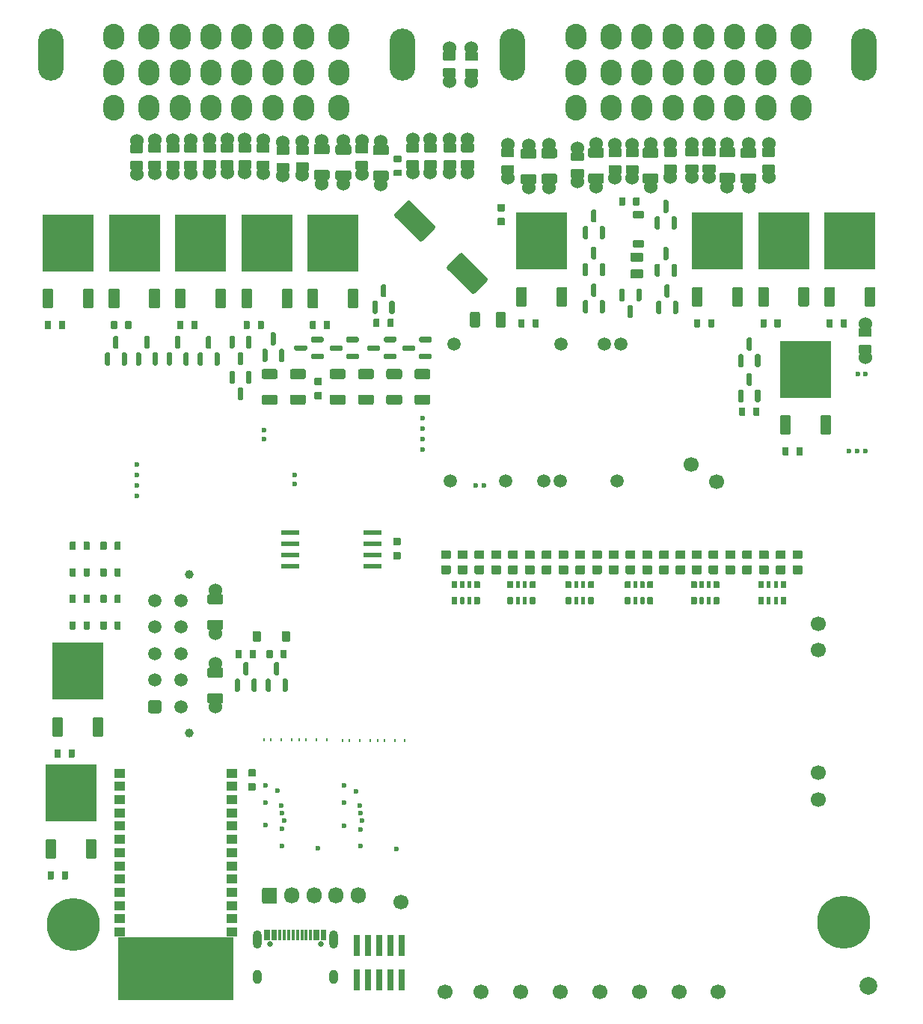
<source format=gts>
G04 #@! TF.GenerationSoftware,KiCad,Pcbnew,7.0.1-115-g2ece2719d0*
G04 #@! TF.CreationDate,2023-05-12T01:35:33+03:00*
G04 #@! TF.ProjectId,alphax_4ch,616c7068-6178-45f3-9463-682e6b696361,G*
G04 #@! TF.SameCoordinates,PX141f5e0PYa2cace0*
G04 #@! TF.FileFunction,Soldermask,Top*
G04 #@! TF.FilePolarity,Negative*
%FSLAX46Y46*%
G04 Gerber Fmt 4.6, Leading zero omitted, Abs format (unit mm)*
G04 Created by KiCad (PCBNEW 7.0.1-115-g2ece2719d0) date 2023-05-12 01:35:33*
%MOMM*%
%LPD*%
G01*
G04 APERTURE LIST*
%ADD10C,0.120000*%
%ADD11C,1.524000*%
%ADD12C,1.700000*%
%ADD13C,6.000000*%
%ADD14R,5.800000X6.400000*%
%ADD15O,1.700000X1.850000*%
%ADD16O,2.900000X5.900000*%
%ADD17O,2.400000X2.900000*%
%ADD18C,0.650000*%
%ADD19R,0.300000X1.150000*%
%ADD20O,1.000000X2.100000*%
%ADD21O,1.000000X1.600000*%
%ADD22C,1.000000*%
%ADD23C,1.500000*%
%ADD24C,0.600000*%
%ADD25R,1.300000X1.000000*%
%ADD26C,2.000000*%
%ADD27O,0.200000X0.399999*%
%ADD28C,0.599999*%
%ADD29R,0.740000X2.400000*%
G04 APERTURE END LIST*
G04 #@! TO.C,U4*
D10*
X22850000Y200000D02*
X9850000Y200000D01*
X9850000Y7200000D01*
X22850000Y7200000D01*
X22850000Y200000D01*
G36*
X22850000Y200000D02*
G01*
X9850000Y200000D01*
X9850000Y7200000D01*
X22850000Y7200000D01*
X22850000Y200000D01*
G37*
G04 #@! TD*
D11*
G04 #@! TO.C,R8*
X76750000Y93245000D03*
G36*
G01*
X77375000Y93699999D02*
X76125000Y93699999D01*
G75*
G02*
X76025000Y93799999I0J100000D01*
G01*
X76025000Y94599999D01*
G75*
G02*
X76125000Y94699999I100000J0D01*
G01*
X77375000Y94699999D01*
G75*
G02*
X77475000Y94599999I0J-100000D01*
G01*
X77475000Y93799999D01*
G75*
G02*
X77375000Y93699999I-100000J0D01*
G01*
G37*
G36*
G01*
X77375000Y95600021D02*
X76125000Y95600021D01*
G75*
G02*
X76025000Y95700021I0J100000D01*
G01*
X76025000Y96500021D01*
G75*
G02*
X76125000Y96600021I100000J0D01*
G01*
X77375000Y96600021D01*
G75*
G02*
X77475000Y96500021I0J-100000D01*
G01*
X77475000Y95700021D01*
G75*
G02*
X77375000Y95600021I-100000J0D01*
G01*
G37*
X76750000Y97055000D03*
G04 #@! TD*
D12*
G04 #@! TO.C,P18*
X89100000Y39700000D03*
G04 #@! TD*
D11*
G04 #@! TO.C,F10*
X20840000Y33250000D03*
G36*
G01*
X21740000Y34594990D02*
X21740000Y33904990D01*
G75*
G02*
X21510000Y33674990I-230000J0D01*
G01*
X20170000Y33674990D01*
G75*
G02*
X19940000Y33904990I0J230000D01*
G01*
X19940000Y34594990D01*
G75*
G02*
X20170000Y34824990I230000J0D01*
G01*
X21510000Y34824990D01*
G75*
G02*
X21740000Y34594990I0J-230000D01*
G01*
G37*
G36*
G01*
X21740000Y37495010D02*
X21740000Y36805010D01*
G75*
G02*
X21510000Y36575010I-230000J0D01*
G01*
X20170000Y36575010D01*
G75*
G02*
X19940000Y36805010I0J230000D01*
G01*
X19940000Y37495010D01*
G75*
G02*
X20170000Y37725010I230000J0D01*
G01*
X21510000Y37725010D01*
G75*
G02*
X21740000Y37495010I0J-230000D01*
G01*
G37*
X20840000Y38150000D03*
G04 #@! TD*
G04 #@! TO.C,R2*
G36*
G01*
X82300000Y44965000D02*
X82300000Y45635000D01*
G75*
G02*
X82365000Y45700000I65000J0D01*
G01*
X82885000Y45700000D01*
G75*
G02*
X82950000Y45635000I0J-65000D01*
G01*
X82950000Y44965000D01*
G75*
G02*
X82885000Y44900000I-65000J0D01*
G01*
X82365000Y44900000D01*
G75*
G02*
X82300000Y44965000I0J65000D01*
G01*
G37*
G36*
G01*
X83275000Y44945000D02*
X83275000Y45655000D01*
G75*
G02*
X83320000Y45700000I45000J0D01*
G01*
X83680000Y45700000D01*
G75*
G02*
X83725000Y45655000I0J-45000D01*
G01*
X83725000Y44945000D01*
G75*
G02*
X83680000Y44900000I-45000J0D01*
G01*
X83320000Y44900000D01*
G75*
G02*
X83275000Y44945000I0J45000D01*
G01*
G37*
G36*
G01*
X84075000Y44945000D02*
X84075000Y45655000D01*
G75*
G02*
X84120000Y45700000I45000J0D01*
G01*
X84480000Y45700000D01*
G75*
G02*
X84525000Y45655000I0J-45000D01*
G01*
X84525000Y44945000D01*
G75*
G02*
X84480000Y44900000I-45000J0D01*
G01*
X84120000Y44900000D01*
G75*
G02*
X84075000Y44945000I0J45000D01*
G01*
G37*
G36*
G01*
X84850000Y44965000D02*
X84850000Y45635000D01*
G75*
G02*
X84915000Y45700000I65000J0D01*
G01*
X85435000Y45700000D01*
G75*
G02*
X85500000Y45635000I0J-65000D01*
G01*
X85500000Y44965000D01*
G75*
G02*
X85435000Y44900000I-65000J0D01*
G01*
X84915000Y44900000D01*
G75*
G02*
X84850000Y44965000I0J65000D01*
G01*
G37*
G36*
G01*
X84850000Y46765000D02*
X84850000Y47435000D01*
G75*
G02*
X84915000Y47500000I65000J0D01*
G01*
X85435000Y47500000D01*
G75*
G02*
X85500000Y47435000I0J-65000D01*
G01*
X85500000Y46765000D01*
G75*
G02*
X85435000Y46700000I-65000J0D01*
G01*
X84915000Y46700000D01*
G75*
G02*
X84850000Y46765000I0J65000D01*
G01*
G37*
G36*
G01*
X84075000Y46745000D02*
X84075000Y47455000D01*
G75*
G02*
X84120000Y47500000I45000J0D01*
G01*
X84480000Y47500000D01*
G75*
G02*
X84525000Y47455000I0J-45000D01*
G01*
X84525000Y46745000D01*
G75*
G02*
X84480000Y46700000I-45000J0D01*
G01*
X84120000Y46700000D01*
G75*
G02*
X84075000Y46745000I0J45000D01*
G01*
G37*
G36*
G01*
X83275000Y46745000D02*
X83275000Y47455000D01*
G75*
G02*
X83320000Y47500000I45000J0D01*
G01*
X83680000Y47500000D01*
G75*
G02*
X83725000Y47455000I0J-45000D01*
G01*
X83725000Y46745000D01*
G75*
G02*
X83680000Y46700000I-45000J0D01*
G01*
X83320000Y46700000D01*
G75*
G02*
X83275000Y46745000I0J45000D01*
G01*
G37*
G36*
G01*
X82300000Y46765000D02*
X82300000Y47435000D01*
G75*
G02*
X82365000Y47500000I65000J0D01*
G01*
X82885000Y47500000D01*
G75*
G02*
X82950000Y47435000I0J-65000D01*
G01*
X82950000Y46765000D01*
G75*
G02*
X82885000Y46700000I-65000J0D01*
G01*
X82365000Y46700000D01*
G75*
G02*
X82300000Y46765000I0J65000D01*
G01*
G37*
G04 #@! TD*
G04 #@! TO.C,D36*
G36*
G01*
X51199998Y48300001D02*
X50299998Y48300001D01*
G75*
G02*
X50199998Y48400001I0J100000D01*
G01*
X50199998Y49200001D01*
G75*
G02*
X50299998Y49300001I100000J0D01*
G01*
X51199998Y49300001D01*
G75*
G02*
X51299998Y49200001I0J-100000D01*
G01*
X51299998Y48400001D01*
G75*
G02*
X51199998Y48300001I-100000J0D01*
G01*
G37*
G36*
G01*
X51199998Y50000001D02*
X50299998Y50000001D01*
G75*
G02*
X50199998Y50100001I0J100000D01*
G01*
X50199998Y50900001D01*
G75*
G02*
X50299998Y51000001I100000J0D01*
G01*
X51199998Y51000001D01*
G75*
G02*
X51299998Y50900001I0J-100000D01*
G01*
X51299998Y50100001D01*
G75*
G02*
X51199998Y50000001I-100000J0D01*
G01*
G37*
G04 #@! TD*
D12*
G04 #@! TO.C,P23*
X59900000Y1000000D03*
G04 #@! TD*
G04 #@! TO.C,R1136*
G36*
G01*
X43400000Y70605010D02*
X43400000Y71295010D01*
G75*
G02*
X43630000Y71525010I230000J0D01*
G01*
X44970000Y71525010D01*
G75*
G02*
X45200000Y71295010I0J-230000D01*
G01*
X45200000Y70605010D01*
G75*
G02*
X44970000Y70375010I-230000J0D01*
G01*
X43630000Y70375010D01*
G75*
G02*
X43400000Y70605010I0J230000D01*
G01*
G37*
G36*
G01*
X43400000Y67704990D02*
X43400000Y68394990D01*
G75*
G02*
X43630000Y68624990I230000J0D01*
G01*
X44970000Y68624990D01*
G75*
G02*
X45200000Y68394990I0J-230000D01*
G01*
X45200000Y67704990D01*
G75*
G02*
X44970000Y67474990I-230000J0D01*
G01*
X43630000Y67474990D01*
G75*
G02*
X43400000Y67704990I0J230000D01*
G01*
G37*
G04 #@! TD*
G04 #@! TO.C,R1105*
G36*
G01*
X31550000Y76110000D02*
X31550000Y76890000D01*
G75*
G02*
X31620000Y76960000I70000J0D01*
G01*
X32180000Y76960000D01*
G75*
G02*
X32250000Y76890000I0J-70000D01*
G01*
X32250000Y76110000D01*
G75*
G02*
X32180000Y76040000I-70000J0D01*
G01*
X31620000Y76040000D01*
G75*
G02*
X31550000Y76110000I0J70000D01*
G01*
G37*
G36*
G01*
X33150000Y76110000D02*
X33150000Y76890000D01*
G75*
G02*
X33220000Y76960000I70000J0D01*
G01*
X33780000Y76960000D01*
G75*
G02*
X33850000Y76890000I0J-70000D01*
G01*
X33850000Y76110000D01*
G75*
G02*
X33780000Y76040000I-70000J0D01*
G01*
X33220000Y76040000D01*
G75*
G02*
X33150000Y76110000I0J70000D01*
G01*
G37*
G04 #@! TD*
G04 #@! TO.C,R93*
G36*
G01*
X4350000Y42110000D02*
X4350000Y42890000D01*
G75*
G02*
X4420000Y42960000I70000J0D01*
G01*
X4980000Y42960000D01*
G75*
G02*
X5050000Y42890000I0J-70000D01*
G01*
X5050000Y42110000D01*
G75*
G02*
X4980000Y42040000I-70000J0D01*
G01*
X4420000Y42040000D01*
G75*
G02*
X4350000Y42110000I0J70000D01*
G01*
G37*
G36*
G01*
X5950000Y42110000D02*
X5950000Y42890000D01*
G75*
G02*
X6020000Y42960000I70000J0D01*
G01*
X6580000Y42960000D01*
G75*
G02*
X6650000Y42890000I0J-70000D01*
G01*
X6650000Y42110000D01*
G75*
G02*
X6580000Y42040000I-70000J0D01*
G01*
X6020000Y42040000D01*
G75*
G02*
X5950000Y42110000I0J70000D01*
G01*
G37*
G04 #@! TD*
D13*
G04 #@! TO.C,J8*
X4803000Y8619000D03*
G04 #@! TD*
G04 #@! TO.C,D34*
G36*
G01*
X47399998Y48300001D02*
X46499998Y48300001D01*
G75*
G02*
X46399998Y48400001I0J100000D01*
G01*
X46399998Y49200001D01*
G75*
G02*
X46499998Y49300001I100000J0D01*
G01*
X47399998Y49300001D01*
G75*
G02*
X47499998Y49200001I0J-100000D01*
G01*
X47499998Y48400001D01*
G75*
G02*
X47399998Y48300001I-100000J0D01*
G01*
G37*
G36*
G01*
X47399998Y50000001D02*
X46499998Y50000001D01*
G75*
G02*
X46399998Y50100001I0J100000D01*
G01*
X46399998Y50900001D01*
G75*
G02*
X46499998Y51000001I100000J0D01*
G01*
X47399998Y51000001D01*
G75*
G02*
X47499998Y50900001I0J-100000D01*
G01*
X47499998Y50100001D01*
G75*
G02*
X47399998Y50000001I-100000J0D01*
G01*
G37*
G04 #@! TD*
D11*
G04 #@! TO.C,R59*
X45200000Y97505000D03*
G36*
G01*
X44575000Y97050001D02*
X45825000Y97050001D01*
G75*
G02*
X45925000Y96950001I0J-100000D01*
G01*
X45925000Y96150001D01*
G75*
G02*
X45825000Y96050001I-100000J0D01*
G01*
X44575000Y96050001D01*
G75*
G02*
X44475000Y96150001I0J100000D01*
G01*
X44475000Y96950001D01*
G75*
G02*
X44575000Y97050001I100000J0D01*
G01*
G37*
G36*
G01*
X44575000Y95149979D02*
X45825000Y95149979D01*
G75*
G02*
X45925000Y95049979I0J-100000D01*
G01*
X45925000Y94249979D01*
G75*
G02*
X45825000Y94149979I-100000J0D01*
G01*
X44575000Y94149979D01*
G75*
G02*
X44475000Y94249979I0J100000D01*
G01*
X44475000Y95049979D01*
G75*
G02*
X44575000Y95149979I100000J0D01*
G01*
G37*
X45200000Y93695000D03*
G04 #@! TD*
G04 #@! TO.C,R9*
X74800000Y93245000D03*
G36*
G01*
X75425000Y93699999D02*
X74175000Y93699999D01*
G75*
G02*
X74075000Y93799999I0J100000D01*
G01*
X74075000Y94599999D01*
G75*
G02*
X74175000Y94699999I100000J0D01*
G01*
X75425000Y94699999D01*
G75*
G02*
X75525000Y94599999I0J-100000D01*
G01*
X75525000Y93799999D01*
G75*
G02*
X75425000Y93699999I-100000J0D01*
G01*
G37*
G36*
G01*
X75425000Y95600021D02*
X74175000Y95600021D01*
G75*
G02*
X74075000Y95700021I0J100000D01*
G01*
X74075000Y96500021D01*
G75*
G02*
X74175000Y96600021I100000J0D01*
G01*
X75425000Y96600021D01*
G75*
G02*
X75525000Y96500021I0J-100000D01*
G01*
X75525000Y95700021D01*
G75*
G02*
X75425000Y95600021I-100000J0D01*
G01*
G37*
X74800000Y97055000D03*
G04 #@! TD*
G04 #@! TO.C,R68*
X24200000Y93695000D03*
G36*
G01*
X24825000Y94149999D02*
X23575000Y94149999D01*
G75*
G02*
X23475000Y94249999I0J100000D01*
G01*
X23475000Y95049999D01*
G75*
G02*
X23575000Y95149999I100000J0D01*
G01*
X24825000Y95149999D01*
G75*
G02*
X24925000Y95049999I0J-100000D01*
G01*
X24925000Y94249999D01*
G75*
G02*
X24825000Y94149999I-100000J0D01*
G01*
G37*
G36*
G01*
X24825000Y96050021D02*
X23575000Y96050021D01*
G75*
G02*
X23475000Y96150021I0J100000D01*
G01*
X23475000Y96950021D01*
G75*
G02*
X23575000Y97050021I100000J0D01*
G01*
X24825000Y97050021D01*
G75*
G02*
X24925000Y96950021I0J-100000D01*
G01*
X24925000Y96150021D01*
G75*
G02*
X24825000Y96050021I-100000J0D01*
G01*
G37*
X24200000Y97505000D03*
G04 #@! TD*
G04 #@! TO.C,Q47*
G36*
G01*
X24880000Y78400000D02*
X23920000Y78400000D01*
G75*
G02*
X23800000Y78520000I0J120000D01*
G01*
X23800000Y80480000D01*
G75*
G02*
X23920000Y80600000I120000J0D01*
G01*
X24880000Y80600000D01*
G75*
G02*
X25000000Y80480000I0J-120000D01*
G01*
X25000000Y78520000D01*
G75*
G02*
X24880000Y78400000I-120000J0D01*
G01*
G37*
D14*
X26680000Y85800000D03*
G36*
G01*
X29440000Y78400000D02*
X28480000Y78400000D01*
G75*
G02*
X28360000Y78520000I0J120000D01*
G01*
X28360000Y80480000D01*
G75*
G02*
X28480000Y80600000I120000J0D01*
G01*
X29440000Y80600000D01*
G75*
G02*
X29560000Y80480000I0J-120000D01*
G01*
X29560000Y78520000D01*
G75*
G02*
X29440000Y78400000I-120000J0D01*
G01*
G37*
G04 #@! TD*
G04 #@! TO.C,J5*
G36*
G01*
X26150000Y11225000D02*
X26150000Y12575000D01*
G75*
G02*
X26400000Y12825000I250000J0D01*
G01*
X27600000Y12825000D01*
G75*
G02*
X27850000Y12575000I0J-250000D01*
G01*
X27850000Y11225000D01*
G75*
G02*
X27600000Y10975000I-250000J0D01*
G01*
X26400000Y10975000D01*
G75*
G02*
X26150000Y11225000I0J250000D01*
G01*
G37*
D15*
X29500000Y11900000D03*
X32000000Y11900000D03*
X34500000Y11900000D03*
X37000000Y11900000D03*
G04 #@! TD*
D11*
G04 #@! TO.C,F4*
X63950000Y97000000D03*
G36*
G01*
X63050000Y95655010D02*
X63050000Y96345010D01*
G75*
G02*
X63280000Y96575010I230000J0D01*
G01*
X64620000Y96575010D01*
G75*
G02*
X64850000Y96345010I0J-230000D01*
G01*
X64850000Y95655010D01*
G75*
G02*
X64620000Y95425010I-230000J0D01*
G01*
X63280000Y95425010D01*
G75*
G02*
X63050000Y95655010I0J230000D01*
G01*
G37*
G36*
G01*
X63050000Y92754990D02*
X63050000Y93444990D01*
G75*
G02*
X63280000Y93674990I230000J0D01*
G01*
X64620000Y93674990D01*
G75*
G02*
X64850000Y93444990I0J-230000D01*
G01*
X64850000Y92754990D01*
G75*
G02*
X64620000Y92524990I-230000J0D01*
G01*
X63280000Y92524990D01*
G75*
G02*
X63050000Y92754990I0J230000D01*
G01*
G37*
X63950000Y92100000D03*
G04 #@! TD*
G04 #@! TO.C,Q13*
G36*
G01*
X80500000Y67725000D02*
X80200000Y67725000D01*
G75*
G02*
X80050000Y67875000I0J150000D01*
G01*
X80050000Y69050000D01*
G75*
G02*
X80200000Y69200000I150000J0D01*
G01*
X80500000Y69200000D01*
G75*
G02*
X80650000Y69050000I0J-150000D01*
G01*
X80650000Y67875000D01*
G75*
G02*
X80500000Y67725000I-150000J0D01*
G01*
G37*
G36*
G01*
X81450000Y69600000D02*
X81150000Y69600000D01*
G75*
G02*
X81000000Y69750000I0J150000D01*
G01*
X81000000Y70925000D01*
G75*
G02*
X81150000Y71075000I150000J0D01*
G01*
X81450000Y71075000D01*
G75*
G02*
X81600000Y70925000I0J-150000D01*
G01*
X81600000Y69750000D01*
G75*
G02*
X81450000Y69600000I-150000J0D01*
G01*
G37*
G36*
G01*
X82400000Y67725000D02*
X82100000Y67725000D01*
G75*
G02*
X81950000Y67875000I0J150000D01*
G01*
X81950000Y69050000D01*
G75*
G02*
X82100000Y69200000I150000J0D01*
G01*
X82400000Y69200000D01*
G75*
G02*
X82550000Y69050000I0J-150000D01*
G01*
X82550000Y67875000D01*
G75*
G02*
X82400000Y67725000I-150000J0D01*
G01*
G37*
G04 #@! TD*
G04 #@! TO.C,R91*
X94400000Y72795000D03*
G36*
G01*
X95025000Y73249999D02*
X93775000Y73249999D01*
G75*
G02*
X93675000Y73349999I0J100000D01*
G01*
X93675000Y74149999D01*
G75*
G02*
X93775000Y74249999I100000J0D01*
G01*
X95025000Y74249999D01*
G75*
G02*
X95125000Y74149999I0J-100000D01*
G01*
X95125000Y73349999D01*
G75*
G02*
X95025000Y73249999I-100000J0D01*
G01*
G37*
G36*
G01*
X95025000Y75150021D02*
X93775000Y75150021D01*
G75*
G02*
X93675000Y75250021I0J100000D01*
G01*
X93675000Y76050021D01*
G75*
G02*
X93775000Y76150021I100000J0D01*
G01*
X95025000Y76150021D01*
G75*
G02*
X95125000Y76050021I0J-100000D01*
G01*
X95125000Y75250021D01*
G75*
G02*
X95025000Y75150021I-100000J0D01*
G01*
G37*
X94400000Y76605000D03*
G04 #@! TD*
G04 #@! TO.C,R98*
G36*
G01*
X75050000Y76310000D02*
X75050000Y77090000D01*
G75*
G02*
X75120000Y77160000I70000J0D01*
G01*
X75680000Y77160000D01*
G75*
G02*
X75750000Y77090000I0J-70000D01*
G01*
X75750000Y76310000D01*
G75*
G02*
X75680000Y76240000I-70000J0D01*
G01*
X75120000Y76240000D01*
G75*
G02*
X75050000Y76310000I0J70000D01*
G01*
G37*
G36*
G01*
X76650000Y76310000D02*
X76650000Y77090000D01*
G75*
G02*
X76720000Y77160000I70000J0D01*
G01*
X77280000Y77160000D01*
G75*
G02*
X77350000Y77090000I0J-70000D01*
G01*
X77350000Y76310000D01*
G75*
G02*
X77280000Y76240000I-70000J0D01*
G01*
X76720000Y76240000D01*
G75*
G02*
X76650000Y76310000I0J70000D01*
G01*
G37*
G04 #@! TD*
G04 #@! TO.C,Q49*
G36*
G01*
X45375000Y73100000D02*
X45375000Y72800000D01*
G75*
G02*
X45225000Y72650000I-150000J0D01*
G01*
X44050000Y72650000D01*
G75*
G02*
X43900000Y72800000I0J150000D01*
G01*
X43900000Y73100000D01*
G75*
G02*
X44050000Y73250000I150000J0D01*
G01*
X45225000Y73250000D01*
G75*
G02*
X45375000Y73100000I0J-150000D01*
G01*
G37*
G36*
G01*
X43500000Y74050000D02*
X43500000Y73750000D01*
G75*
G02*
X43350000Y73600000I-150000J0D01*
G01*
X42175000Y73600000D01*
G75*
G02*
X42025000Y73750000I0J150000D01*
G01*
X42025000Y74050000D01*
G75*
G02*
X42175000Y74200000I150000J0D01*
G01*
X43350000Y74200000D01*
G75*
G02*
X43500000Y74050000I0J-150000D01*
G01*
G37*
G36*
G01*
X45375000Y75000000D02*
X45375000Y74700000D01*
G75*
G02*
X45225000Y74550000I-150000J0D01*
G01*
X44050000Y74550000D01*
G75*
G02*
X43900000Y74700000I0J150000D01*
G01*
X43900000Y75000000D01*
G75*
G02*
X44050000Y75150000I150000J0D01*
G01*
X45225000Y75150000D01*
G75*
G02*
X45375000Y75000000I0J-150000D01*
G01*
G37*
G04 #@! TD*
G04 #@! TO.C,D15*
G36*
G01*
X66399998Y48300001D02*
X65499998Y48300001D01*
G75*
G02*
X65399998Y48400001I0J100000D01*
G01*
X65399998Y49200001D01*
G75*
G02*
X65499998Y49300001I100000J0D01*
G01*
X66399998Y49300001D01*
G75*
G02*
X66499998Y49200001I0J-100000D01*
G01*
X66499998Y48400001D01*
G75*
G02*
X66399998Y48300001I-100000J0D01*
G01*
G37*
G36*
G01*
X66399998Y50000001D02*
X65499998Y50000001D01*
G75*
G02*
X65399998Y50100001I0J100000D01*
G01*
X65399998Y50900001D01*
G75*
G02*
X65499998Y51000001I100000J0D01*
G01*
X66399998Y51000001D01*
G75*
G02*
X66499998Y50900001I0J-100000D01*
G01*
X66499998Y50100001D01*
G75*
G02*
X66399998Y50000001I-100000J0D01*
G01*
G37*
G04 #@! TD*
G04 #@! TO.C,C4*
G36*
G01*
X52860000Y90215001D02*
X53540000Y90215001D01*
G75*
G02*
X53625000Y90130001I0J-85000D01*
G01*
X53625000Y89450001D01*
G75*
G02*
X53540000Y89365001I-85000J0D01*
G01*
X52860000Y89365001D01*
G75*
G02*
X52775000Y89450001I0J85000D01*
G01*
X52775000Y90130001D01*
G75*
G02*
X52860000Y90215001I85000J0D01*
G01*
G37*
G36*
G01*
X52860000Y88634999D02*
X53540000Y88634999D01*
G75*
G02*
X53625000Y88549999I0J-85000D01*
G01*
X53625000Y87869999D01*
G75*
G02*
X53540000Y87784999I-85000J0D01*
G01*
X52860000Y87784999D01*
G75*
G02*
X52775000Y87869999I0J85000D01*
G01*
X52775000Y88549999D01*
G75*
G02*
X52860000Y88634999I85000J0D01*
G01*
G37*
G04 #@! TD*
G04 #@! TO.C,R1102*
G36*
G01*
X90050000Y76310000D02*
X90050000Y77090000D01*
G75*
G02*
X90120000Y77160000I70000J0D01*
G01*
X90680000Y77160000D01*
G75*
G02*
X90750000Y77090000I0J-70000D01*
G01*
X90750000Y76310000D01*
G75*
G02*
X90680000Y76240000I-70000J0D01*
G01*
X90120000Y76240000D01*
G75*
G02*
X90050000Y76310000I0J70000D01*
G01*
G37*
G36*
G01*
X91650000Y76310000D02*
X91650000Y77090000D01*
G75*
G02*
X91720000Y77160000I70000J0D01*
G01*
X92280000Y77160000D01*
G75*
G02*
X92350000Y77090000I0J-70000D01*
G01*
X92350000Y76310000D01*
G75*
G02*
X92280000Y76240000I-70000J0D01*
G01*
X91720000Y76240000D01*
G75*
G02*
X91650000Y76310000I0J70000D01*
G01*
G37*
G04 #@! TD*
G04 #@! TO.C,Q48*
G36*
G01*
X56000000Y78600000D02*
X55040000Y78600000D01*
G75*
G02*
X54920000Y78720000I0J120000D01*
G01*
X54920000Y80680000D01*
G75*
G02*
X55040000Y80800000I120000J0D01*
G01*
X56000000Y80800000D01*
G75*
G02*
X56120000Y80680000I0J-120000D01*
G01*
X56120000Y78720000D01*
G75*
G02*
X56000000Y78600000I-120000J0D01*
G01*
G37*
D14*
X57800000Y86000000D03*
G36*
G01*
X60560000Y78600000D02*
X59600000Y78600000D01*
G75*
G02*
X59480000Y78720000I0J120000D01*
G01*
X59480000Y80680000D01*
G75*
G02*
X59600000Y80800000I120000J0D01*
G01*
X60560000Y80800000D01*
G75*
G02*
X60680000Y80680000I0J-120000D01*
G01*
X60680000Y78720000D01*
G75*
G02*
X60560000Y78600000I-120000J0D01*
G01*
G37*
G04 #@! TD*
G04 #@! TO.C,R50*
G36*
G01*
X60500000Y44965000D02*
X60500000Y45635000D01*
G75*
G02*
X60565000Y45700000I65000J0D01*
G01*
X61085000Y45700000D01*
G75*
G02*
X61150000Y45635000I0J-65000D01*
G01*
X61150000Y44965000D01*
G75*
G02*
X61085000Y44900000I-65000J0D01*
G01*
X60565000Y44900000D01*
G75*
G02*
X60500000Y44965000I0J65000D01*
G01*
G37*
G36*
G01*
X61475000Y44945000D02*
X61475000Y45655000D01*
G75*
G02*
X61520000Y45700000I45000J0D01*
G01*
X61880000Y45700000D01*
G75*
G02*
X61925000Y45655000I0J-45000D01*
G01*
X61925000Y44945000D01*
G75*
G02*
X61880000Y44900000I-45000J0D01*
G01*
X61520000Y44900000D01*
G75*
G02*
X61475000Y44945000I0J45000D01*
G01*
G37*
G36*
G01*
X62275000Y44945000D02*
X62275000Y45655000D01*
G75*
G02*
X62320000Y45700000I45000J0D01*
G01*
X62680000Y45700000D01*
G75*
G02*
X62725000Y45655000I0J-45000D01*
G01*
X62725000Y44945000D01*
G75*
G02*
X62680000Y44900000I-45000J0D01*
G01*
X62320000Y44900000D01*
G75*
G02*
X62275000Y44945000I0J45000D01*
G01*
G37*
G36*
G01*
X63050000Y44965000D02*
X63050000Y45635000D01*
G75*
G02*
X63115000Y45700000I65000J0D01*
G01*
X63635000Y45700000D01*
G75*
G02*
X63700000Y45635000I0J-65000D01*
G01*
X63700000Y44965000D01*
G75*
G02*
X63635000Y44900000I-65000J0D01*
G01*
X63115000Y44900000D01*
G75*
G02*
X63050000Y44965000I0J65000D01*
G01*
G37*
G36*
G01*
X63050000Y46765000D02*
X63050000Y47435000D01*
G75*
G02*
X63115000Y47500000I65000J0D01*
G01*
X63635000Y47500000D01*
G75*
G02*
X63700000Y47435000I0J-65000D01*
G01*
X63700000Y46765000D01*
G75*
G02*
X63635000Y46700000I-65000J0D01*
G01*
X63115000Y46700000D01*
G75*
G02*
X63050000Y46765000I0J65000D01*
G01*
G37*
G36*
G01*
X62275000Y46745000D02*
X62275000Y47455000D01*
G75*
G02*
X62320000Y47500000I45000J0D01*
G01*
X62680000Y47500000D01*
G75*
G02*
X62725000Y47455000I0J-45000D01*
G01*
X62725000Y46745000D01*
G75*
G02*
X62680000Y46700000I-45000J0D01*
G01*
X62320000Y46700000D01*
G75*
G02*
X62275000Y46745000I0J45000D01*
G01*
G37*
G36*
G01*
X61475000Y46745000D02*
X61475000Y47455000D01*
G75*
G02*
X61520000Y47500000I45000J0D01*
G01*
X61880000Y47500000D01*
G75*
G02*
X61925000Y47455000I0J-45000D01*
G01*
X61925000Y46745000D01*
G75*
G02*
X61880000Y46700000I-45000J0D01*
G01*
X61520000Y46700000D01*
G75*
G02*
X61475000Y46745000I0J45000D01*
G01*
G37*
G36*
G01*
X60500000Y46765000D02*
X60500000Y47435000D01*
G75*
G02*
X60565000Y47500000I65000J0D01*
G01*
X61085000Y47500000D01*
G75*
G02*
X61150000Y47435000I0J-65000D01*
G01*
X61150000Y46765000D01*
G75*
G02*
X61085000Y46700000I-65000J0D01*
G01*
X60565000Y46700000D01*
G75*
G02*
X60500000Y46765000I0J65000D01*
G01*
G37*
G04 #@! TD*
G04 #@! TO.C,D28*
G36*
G01*
X26609999Y72325000D02*
X26309999Y72325000D01*
G75*
G02*
X26159999Y72475000I0J150000D01*
G01*
X26159999Y73650000D01*
G75*
G02*
X26309999Y73800000I150000J0D01*
G01*
X26609999Y73800000D01*
G75*
G02*
X26759999Y73650000I0J-150000D01*
G01*
X26759999Y72475000D01*
G75*
G02*
X26609999Y72325000I-150000J0D01*
G01*
G37*
G36*
G01*
X27559999Y74200000D02*
X27259999Y74200000D01*
G75*
G02*
X27109999Y74350000I0J150000D01*
G01*
X27109999Y75525000D01*
G75*
G02*
X27259999Y75675000I150000J0D01*
G01*
X27559999Y75675000D01*
G75*
G02*
X27709999Y75525000I0J-150000D01*
G01*
X27709999Y74350000D01*
G75*
G02*
X27559999Y74200000I-150000J0D01*
G01*
G37*
G36*
G01*
X28509999Y72325000D02*
X28209999Y72325000D01*
G75*
G02*
X28059999Y72475000I0J150000D01*
G01*
X28059999Y73650000D01*
G75*
G02*
X28209999Y73800000I150000J0D01*
G01*
X28509999Y73800000D01*
G75*
G02*
X28659999Y73650000I0J-150000D01*
G01*
X28659999Y72475000D01*
G75*
G02*
X28509999Y72325000I-150000J0D01*
G01*
G37*
G04 #@! TD*
G04 #@! TO.C,D12*
G36*
G01*
X73950000Y48300000D02*
X73050000Y48300000D01*
G75*
G02*
X72950000Y48400000I0J100000D01*
G01*
X72950000Y49200000D01*
G75*
G02*
X73050000Y49300000I100000J0D01*
G01*
X73950000Y49300000D01*
G75*
G02*
X74050000Y49200000I0J-100000D01*
G01*
X74050000Y48400000D01*
G75*
G02*
X73950000Y48300000I-100000J0D01*
G01*
G37*
G36*
G01*
X73950000Y50000000D02*
X73050000Y50000000D01*
G75*
G02*
X72950000Y50100000I0J100000D01*
G01*
X72950000Y50900000D01*
G75*
G02*
X73050000Y51000000I100000J0D01*
G01*
X73950000Y51000000D01*
G75*
G02*
X74050000Y50900000I0J-100000D01*
G01*
X74050000Y50100000D01*
G75*
G02*
X73950000Y50000000I-100000J0D01*
G01*
G37*
G04 #@! TD*
D16*
G04 #@! TO.C,P2*
X2200000Y107100000D03*
X42000000Y107100000D03*
D17*
X9350000Y101100000D03*
X13350000Y101100000D03*
X16850000Y101100000D03*
X20350000Y101100000D03*
X23850000Y101100000D03*
X27350000Y101100000D03*
X30850000Y101100000D03*
X34850000Y101100000D03*
X9350000Y105100000D03*
X13350000Y105100000D03*
X16850000Y105100000D03*
X20350000Y105100000D03*
X23850000Y105100000D03*
X27350000Y105100000D03*
X30850000Y105100000D03*
X34850000Y105100000D03*
X9350000Y109100000D03*
X13350000Y109100000D03*
X16850000Y109100000D03*
X20350000Y109100000D03*
X23850000Y109100000D03*
X27350000Y109100000D03*
X30850000Y109100000D03*
X34850000Y109100000D03*
G04 #@! TD*
G04 #@! TO.C,D11*
G36*
G01*
X75799998Y48300001D02*
X74899998Y48300001D01*
G75*
G02*
X74799998Y48400001I0J100000D01*
G01*
X74799998Y49200001D01*
G75*
G02*
X74899998Y49300001I100000J0D01*
G01*
X75799998Y49300001D01*
G75*
G02*
X75899998Y49200001I0J-100000D01*
G01*
X75899998Y48400001D01*
G75*
G02*
X75799998Y48300001I-100000J0D01*
G01*
G37*
G36*
G01*
X75799998Y50000001D02*
X74899998Y50000001D01*
G75*
G02*
X74799998Y50100001I0J100000D01*
G01*
X74799998Y50900001D01*
G75*
G02*
X74899998Y51000001I100000J0D01*
G01*
X75799998Y51000001D01*
G75*
G02*
X75899998Y50900001I0J-100000D01*
G01*
X75899998Y50100001D01*
G75*
G02*
X75799998Y50000001I-100000J0D01*
G01*
G37*
G04 #@! TD*
D12*
G04 #@! TO.C,P19*
X41900000Y11200000D03*
G04 #@! TD*
G04 #@! TO.C,R1108*
G36*
G01*
X24050000Y76110000D02*
X24050000Y76890000D01*
G75*
G02*
X24120000Y76960000I70000J0D01*
G01*
X24680000Y76960000D01*
G75*
G02*
X24750000Y76890000I0J-70000D01*
G01*
X24750000Y76110000D01*
G75*
G02*
X24680000Y76040000I-70000J0D01*
G01*
X24120000Y76040000D01*
G75*
G02*
X24050000Y76110000I0J70000D01*
G01*
G37*
G36*
G01*
X25650000Y76110000D02*
X25650000Y76890000D01*
G75*
G02*
X25720000Y76960000I70000J0D01*
G01*
X26280000Y76960000D01*
G75*
G02*
X26350000Y76890000I0J-70000D01*
G01*
X26350000Y76110000D01*
G75*
G02*
X26280000Y76040000I-70000J0D01*
G01*
X25720000Y76040000D01*
G75*
G02*
X25650000Y76110000I0J70000D01*
G01*
G37*
G04 #@! TD*
D11*
G04 #@! TO.C,R11*
X47350000Y104095000D03*
G36*
G01*
X47975000Y104549999D02*
X46725000Y104549999D01*
G75*
G02*
X46625000Y104649999I0J100000D01*
G01*
X46625000Y105449999D01*
G75*
G02*
X46725000Y105549999I100000J0D01*
G01*
X47975000Y105549999D01*
G75*
G02*
X48075000Y105449999I0J-100000D01*
G01*
X48075000Y104649999D01*
G75*
G02*
X47975000Y104549999I-100000J0D01*
G01*
G37*
G36*
G01*
X47975000Y106450021D02*
X46725000Y106450021D01*
G75*
G02*
X46625000Y106550021I0J100000D01*
G01*
X46625000Y107350021D01*
G75*
G02*
X46725000Y107450021I100000J0D01*
G01*
X47975000Y107450021D01*
G75*
G02*
X48075000Y107350021I0J-100000D01*
G01*
X48075000Y106550021D01*
G75*
G02*
X47975000Y106450021I-100000J0D01*
G01*
G37*
X47350000Y107905000D03*
G04 #@! TD*
G04 #@! TO.C,Q35*
G36*
G01*
X37137500Y73100000D02*
X37137500Y72800000D01*
G75*
G02*
X36987500Y72650000I-150000J0D01*
G01*
X35812500Y72650000D01*
G75*
G02*
X35662500Y72800000I0J150000D01*
G01*
X35662500Y73100000D01*
G75*
G02*
X35812500Y73250000I150000J0D01*
G01*
X36987500Y73250000D01*
G75*
G02*
X37137500Y73100000I0J-150000D01*
G01*
G37*
G36*
G01*
X35262500Y74050000D02*
X35262500Y73750000D01*
G75*
G02*
X35112500Y73600000I-150000J0D01*
G01*
X33937500Y73600000D01*
G75*
G02*
X33787500Y73750000I0J150000D01*
G01*
X33787500Y74050000D01*
G75*
G02*
X33937500Y74200000I150000J0D01*
G01*
X35112500Y74200000D01*
G75*
G02*
X35262500Y74050000I0J-150000D01*
G01*
G37*
G36*
G01*
X37137500Y75000000D02*
X37137500Y74700000D01*
G75*
G02*
X36987500Y74550000I-150000J0D01*
G01*
X35812500Y74550000D01*
G75*
G02*
X35662500Y74700000I0J150000D01*
G01*
X35662500Y75000000D01*
G75*
G02*
X35812500Y75150000I150000J0D01*
G01*
X36987500Y75150000D01*
G75*
G02*
X37137500Y75000000I0J-150000D01*
G01*
G37*
G04 #@! TD*
D12*
G04 #@! TO.C,P26*
X64400000Y1000000D03*
G04 #@! TD*
D11*
G04 #@! TO.C,R60*
X43200000Y93695000D03*
G36*
G01*
X43825000Y94149999D02*
X42575000Y94149999D01*
G75*
G02*
X42475000Y94249999I0J100000D01*
G01*
X42475000Y95049999D01*
G75*
G02*
X42575000Y95149999I100000J0D01*
G01*
X43825000Y95149999D01*
G75*
G02*
X43925000Y95049999I0J-100000D01*
G01*
X43925000Y94249999D01*
G75*
G02*
X43825000Y94149999I-100000J0D01*
G01*
G37*
G36*
G01*
X43825000Y96050021D02*
X42575000Y96050021D01*
G75*
G02*
X42475000Y96150021I0J100000D01*
G01*
X42475000Y96950021D01*
G75*
G02*
X42575000Y97050021I100000J0D01*
G01*
X43825000Y97050021D01*
G75*
G02*
X43925000Y96950021I0J-100000D01*
G01*
X43925000Y96150021D01*
G75*
G02*
X43825000Y96050021I-100000J0D01*
G01*
G37*
X43200000Y97505000D03*
G04 #@! TD*
D18*
G04 #@! TO.C,J1*
X27010000Y6420000D03*
X32790000Y6420000D03*
D19*
X26550000Y7485000D03*
X27350000Y7485000D03*
X28650000Y7485000D03*
X29650000Y7485000D03*
X30150000Y7485000D03*
X31150000Y7485000D03*
X32450000Y7485000D03*
X33250000Y7485000D03*
X32950000Y7485000D03*
X32150000Y7485000D03*
X31650000Y7485000D03*
X30650000Y7485000D03*
X29150000Y7485000D03*
X28150000Y7485000D03*
X27650000Y7485000D03*
X26850000Y7485000D03*
D20*
X25580000Y6920000D03*
D21*
X25580000Y2740000D03*
D20*
X34220000Y6920000D03*
D21*
X34220000Y2740000D03*
G04 #@! TD*
G04 #@! TO.C,R1113*
G36*
G01*
X38750000Y76347500D02*
X38750000Y77127500D01*
G75*
G02*
X38820000Y77197500I70000J0D01*
G01*
X39380000Y77197500D01*
G75*
G02*
X39450000Y77127500I0J-70000D01*
G01*
X39450000Y76347500D01*
G75*
G02*
X39380000Y76277500I-70000J0D01*
G01*
X38820000Y76277500D01*
G75*
G02*
X38750000Y76347500I0J70000D01*
G01*
G37*
G36*
G01*
X40350000Y76347500D02*
X40350000Y77127500D01*
G75*
G02*
X40420000Y77197500I70000J0D01*
G01*
X40980000Y77197500D01*
G75*
G02*
X41050000Y77127500I0J-70000D01*
G01*
X41050000Y76347500D01*
G75*
G02*
X40980000Y76277500I-70000J0D01*
G01*
X40420000Y76277500D01*
G75*
G02*
X40350000Y76347500I0J70000D01*
G01*
G37*
G04 #@! TD*
D12*
G04 #@! TO.C,P16*
X89100000Y22800000D03*
G04 #@! TD*
G04 #@! TO.C,Q45*
G36*
G01*
X2700000Y16100000D02*
X1740000Y16100000D01*
G75*
G02*
X1620000Y16220000I0J120000D01*
G01*
X1620000Y18180000D01*
G75*
G02*
X1740000Y18300000I120000J0D01*
G01*
X2700000Y18300000D01*
G75*
G02*
X2820000Y18180000I0J-120000D01*
G01*
X2820000Y16220000D01*
G75*
G02*
X2700000Y16100000I-120000J0D01*
G01*
G37*
D14*
X4500000Y23500000D03*
G36*
G01*
X7260000Y16100000D02*
X6300000Y16100000D01*
G75*
G02*
X6180000Y16220000I0J120000D01*
G01*
X6180000Y18180000D01*
G75*
G02*
X6300000Y18300000I120000J0D01*
G01*
X7260000Y18300000D01*
G75*
G02*
X7380000Y18180000I0J-120000D01*
G01*
X7380000Y16220000D01*
G75*
G02*
X7260000Y16100000I-120000J0D01*
G01*
G37*
G04 #@! TD*
D12*
G04 #@! TO.C,P21*
X50900000Y1000000D03*
G04 #@! TD*
G04 #@! TO.C,Q8*
G36*
G01*
X15800000Y71925000D02*
X15500000Y71925000D01*
G75*
G02*
X15350000Y72075000I0J150000D01*
G01*
X15350000Y73250000D01*
G75*
G02*
X15500000Y73400000I150000J0D01*
G01*
X15800000Y73400000D01*
G75*
G02*
X15950000Y73250000I0J-150000D01*
G01*
X15950000Y72075000D01*
G75*
G02*
X15800000Y71925000I-150000J0D01*
G01*
G37*
G36*
G01*
X16750000Y73800000D02*
X16450000Y73800000D01*
G75*
G02*
X16300000Y73950000I0J150000D01*
G01*
X16300000Y75125000D01*
G75*
G02*
X16450000Y75275000I150000J0D01*
G01*
X16750000Y75275000D01*
G75*
G02*
X16900000Y75125000I0J-150000D01*
G01*
X16900000Y73950000D01*
G75*
G02*
X16750000Y73800000I-150000J0D01*
G01*
G37*
G36*
G01*
X17700000Y71925000D02*
X17400000Y71925000D01*
G75*
G02*
X17250000Y72075000I0J150000D01*
G01*
X17250000Y73250000D01*
G75*
G02*
X17400000Y73400000I150000J0D01*
G01*
X17700000Y73400000D01*
G75*
G02*
X17850000Y73250000I0J-150000D01*
G01*
X17850000Y72075000D01*
G75*
G02*
X17700000Y71925000I-150000J0D01*
G01*
G37*
G04 #@! TD*
G04 #@! TO.C,Q4*
G36*
G01*
X27000000Y34982581D02*
X26700000Y34982581D01*
G75*
G02*
X26550000Y35132581I0J150000D01*
G01*
X26550000Y36307581D01*
G75*
G02*
X26700000Y36457581I150000J0D01*
G01*
X27000000Y36457581D01*
G75*
G02*
X27150000Y36307581I0J-150000D01*
G01*
X27150000Y35132581D01*
G75*
G02*
X27000000Y34982581I-150000J0D01*
G01*
G37*
G36*
G01*
X27950000Y36857581D02*
X27650000Y36857581D01*
G75*
G02*
X27500000Y37007581I0J150000D01*
G01*
X27500000Y38182581D01*
G75*
G02*
X27650000Y38332581I150000J0D01*
G01*
X27950000Y38332581D01*
G75*
G02*
X28100000Y38182581I0J-150000D01*
G01*
X28100000Y37007581D01*
G75*
G02*
X27950000Y36857581I-150000J0D01*
G01*
G37*
G36*
G01*
X28900000Y34982581D02*
X28600000Y34982581D01*
G75*
G02*
X28450000Y35132581I0J150000D01*
G01*
X28450000Y36307581D01*
G75*
G02*
X28600000Y36457581I150000J0D01*
G01*
X28900000Y36457581D01*
G75*
G02*
X29050000Y36307581I0J-150000D01*
G01*
X29050000Y35132581D01*
G75*
G02*
X28900000Y34982581I-150000J0D01*
G01*
G37*
G04 #@! TD*
G04 #@! TO.C,R30*
G36*
G01*
X80150000Y66310000D02*
X80150000Y67090000D01*
G75*
G02*
X80220000Y67160000I70000J0D01*
G01*
X80780000Y67160000D01*
G75*
G02*
X80850000Y67090000I0J-70000D01*
G01*
X80850000Y66310000D01*
G75*
G02*
X80780000Y66240000I-70000J0D01*
G01*
X80220000Y66240000D01*
G75*
G02*
X80150000Y66310000I0J70000D01*
G01*
G37*
G36*
G01*
X81750000Y66310000D02*
X81750000Y67090000D01*
G75*
G02*
X81820000Y67160000I70000J0D01*
G01*
X82380000Y67160000D01*
G75*
G02*
X82450000Y67090000I0J-70000D01*
G01*
X82450000Y66310000D01*
G75*
G02*
X82380000Y66240000I-70000J0D01*
G01*
X81820000Y66240000D01*
G75*
G02*
X81750000Y66310000I0J70000D01*
G01*
G37*
G04 #@! TD*
G04 #@! TO.C,R1101*
G36*
G01*
X9050000Y76110000D02*
X9050000Y76890000D01*
G75*
G02*
X9120000Y76960000I70000J0D01*
G01*
X9680000Y76960000D01*
G75*
G02*
X9750000Y76890000I0J-70000D01*
G01*
X9750000Y76110000D01*
G75*
G02*
X9680000Y76040000I-70000J0D01*
G01*
X9120000Y76040000D01*
G75*
G02*
X9050000Y76110000I0J70000D01*
G01*
G37*
G36*
G01*
X10650000Y76110000D02*
X10650000Y76890000D01*
G75*
G02*
X10720000Y76960000I70000J0D01*
G01*
X11280000Y76960000D01*
G75*
G02*
X11350000Y76890000I0J-70000D01*
G01*
X11350000Y76110000D01*
G75*
G02*
X11280000Y76040000I-70000J0D01*
G01*
X10720000Y76040000D01*
G75*
G02*
X10650000Y76110000I0J70000D01*
G01*
G37*
G04 #@! TD*
G04 #@! TO.C,Q15*
G36*
G01*
X62900000Y77825000D02*
X62600000Y77825000D01*
G75*
G02*
X62450000Y77975000I0J150000D01*
G01*
X62450000Y79150000D01*
G75*
G02*
X62600000Y79300000I150000J0D01*
G01*
X62900000Y79300000D01*
G75*
G02*
X63050000Y79150000I0J-150000D01*
G01*
X63050000Y77975000D01*
G75*
G02*
X62900000Y77825000I-150000J0D01*
G01*
G37*
G36*
G01*
X63850000Y79700000D02*
X63550000Y79700000D01*
G75*
G02*
X63400000Y79850000I0J150000D01*
G01*
X63400000Y81025000D01*
G75*
G02*
X63550000Y81175000I150000J0D01*
G01*
X63850000Y81175000D01*
G75*
G02*
X64000000Y81025000I0J-150000D01*
G01*
X64000000Y79850000D01*
G75*
G02*
X63850000Y79700000I-150000J0D01*
G01*
G37*
G36*
G01*
X64800000Y77825000D02*
X64500000Y77825000D01*
G75*
G02*
X64350000Y77975000I0J150000D01*
G01*
X64350000Y79150000D01*
G75*
G02*
X64500000Y79300000I150000J0D01*
G01*
X64800000Y79300000D01*
G75*
G02*
X64950000Y79150000I0J-150000D01*
G01*
X64950000Y77975000D01*
G75*
G02*
X64800000Y77825000I-150000J0D01*
G01*
G37*
G04 #@! TD*
D11*
G04 #@! TO.C,R17*
X68050000Y93145000D03*
G36*
G01*
X68675000Y93599999D02*
X67425000Y93599999D01*
G75*
G02*
X67325000Y93699999I0J100000D01*
G01*
X67325000Y94499999D01*
G75*
G02*
X67425000Y94599999I100000J0D01*
G01*
X68675000Y94599999D01*
G75*
G02*
X68775000Y94499999I0J-100000D01*
G01*
X68775000Y93699999D01*
G75*
G02*
X68675000Y93599999I-100000J0D01*
G01*
G37*
G36*
G01*
X68675000Y95500021D02*
X67425000Y95500021D01*
G75*
G02*
X67325000Y95600021I0J100000D01*
G01*
X67325000Y96400021D01*
G75*
G02*
X67425000Y96500021I100000J0D01*
G01*
X68675000Y96500021D01*
G75*
G02*
X68775000Y96400021I0J-100000D01*
G01*
X68775000Y95600021D01*
G75*
G02*
X68675000Y95500021I-100000J0D01*
G01*
G37*
X68050000Y96955000D03*
G04 #@! TD*
G04 #@! TO.C,D47*
G36*
G01*
X70199998Y48300001D02*
X69299998Y48300001D01*
G75*
G02*
X69199998Y48400001I0J100000D01*
G01*
X69199998Y49200001D01*
G75*
G02*
X69299998Y49300001I100000J0D01*
G01*
X70199998Y49300001D01*
G75*
G02*
X70299998Y49200001I0J-100000D01*
G01*
X70299998Y48400001D01*
G75*
G02*
X70199998Y48300001I-100000J0D01*
G01*
G37*
G36*
G01*
X70199998Y50000001D02*
X69299998Y50000001D01*
G75*
G02*
X69199998Y50100001I0J100000D01*
G01*
X69199998Y50900001D01*
G75*
G02*
X69299998Y51000001I100000J0D01*
G01*
X70199998Y51000001D01*
G75*
G02*
X70299998Y50900001I0J-100000D01*
G01*
X70299998Y50100001D01*
G75*
G02*
X70199998Y50000001I-100000J0D01*
G01*
G37*
G04 #@! TD*
G04 #@! TO.C,D39*
G36*
G01*
X53099998Y48300001D02*
X52199998Y48300001D01*
G75*
G02*
X52099998Y48400001I0J100000D01*
G01*
X52099998Y49200001D01*
G75*
G02*
X52199998Y49300001I100000J0D01*
G01*
X53099998Y49300001D01*
G75*
G02*
X53199998Y49200001I0J-100000D01*
G01*
X53199998Y48400001D01*
G75*
G02*
X53099998Y48300001I-100000J0D01*
G01*
G37*
G36*
G01*
X53099998Y50000001D02*
X52199998Y50000001D01*
G75*
G02*
X52099998Y50100001I0J100000D01*
G01*
X52099998Y50900001D01*
G75*
G02*
X52199998Y51000001I100000J0D01*
G01*
X53099998Y51000001D01*
G75*
G02*
X53199998Y50900001I0J-100000D01*
G01*
X53199998Y50100001D01*
G75*
G02*
X53099998Y50000001I-100000J0D01*
G01*
G37*
G04 #@! TD*
G04 #@! TO.C,R63*
X22200000Y93695000D03*
G36*
G01*
X22825000Y94149999D02*
X21575000Y94149999D01*
G75*
G02*
X21475000Y94249999I0J100000D01*
G01*
X21475000Y95049999D01*
G75*
G02*
X21575000Y95149999I100000J0D01*
G01*
X22825000Y95149999D01*
G75*
G02*
X22925000Y95049999I0J-100000D01*
G01*
X22925000Y94249999D01*
G75*
G02*
X22825000Y94149999I-100000J0D01*
G01*
G37*
G36*
G01*
X22825000Y96050021D02*
X21575000Y96050021D01*
G75*
G02*
X21475000Y96150021I0J100000D01*
G01*
X21475000Y96950021D01*
G75*
G02*
X21575000Y97050021I100000J0D01*
G01*
X22825000Y97050021D01*
G75*
G02*
X22925000Y96950021I0J-100000D01*
G01*
X22925000Y96150021D01*
G75*
G02*
X22825000Y96050021I-100000J0D01*
G01*
G37*
X22200000Y97505000D03*
G04 #@! TD*
G04 #@! TO.C,R74*
G36*
G01*
X4350000Y48110000D02*
X4350000Y48890000D01*
G75*
G02*
X4420000Y48960000I70000J0D01*
G01*
X4980000Y48960000D01*
G75*
G02*
X5050000Y48890000I0J-70000D01*
G01*
X5050000Y48110000D01*
G75*
G02*
X4980000Y48040000I-70000J0D01*
G01*
X4420000Y48040000D01*
G75*
G02*
X4350000Y48110000I0J70000D01*
G01*
G37*
G36*
G01*
X5950000Y48110000D02*
X5950000Y48890000D01*
G75*
G02*
X6020000Y48960000I70000J0D01*
G01*
X6580000Y48960000D01*
G75*
G02*
X6650000Y48890000I0J-70000D01*
G01*
X6650000Y48110000D01*
G75*
G02*
X6580000Y48040000I-70000J0D01*
G01*
X6020000Y48040000D01*
G75*
G02*
X5950000Y48110000I0J70000D01*
G01*
G37*
G04 #@! TD*
G04 #@! TO.C,D48*
G36*
G01*
X72099998Y48300001D02*
X71199998Y48300001D01*
G75*
G02*
X71099998Y48400001I0J100000D01*
G01*
X71099998Y49200001D01*
G75*
G02*
X71199998Y49300001I100000J0D01*
G01*
X72099998Y49300001D01*
G75*
G02*
X72199998Y49200001I0J-100000D01*
G01*
X72199998Y48400001D01*
G75*
G02*
X72099998Y48300001I-100000J0D01*
G01*
G37*
G36*
G01*
X72099998Y50000001D02*
X71199998Y50000001D01*
G75*
G02*
X71099998Y50100001I0J100000D01*
G01*
X71099998Y50900001D01*
G75*
G02*
X71199998Y51000001I100000J0D01*
G01*
X72099998Y51000001D01*
G75*
G02*
X72199998Y50900001I0J-100000D01*
G01*
X72199998Y50100001D01*
G75*
G02*
X72099998Y50000001I-100000J0D01*
G01*
G37*
G04 #@! TD*
D12*
G04 #@! TO.C,P24*
X46900000Y1000000D03*
G04 #@! TD*
G04 #@! TO.C,P28*
X77800000Y1000000D03*
G04 #@! TD*
D11*
G04 #@! TO.C,R16*
X72350000Y93195000D03*
G36*
G01*
X72975000Y93649999D02*
X71725000Y93649999D01*
G75*
G02*
X71625000Y93749999I0J100000D01*
G01*
X71625000Y94549999D01*
G75*
G02*
X71725000Y94649999I100000J0D01*
G01*
X72975000Y94649999D01*
G75*
G02*
X73075000Y94549999I0J-100000D01*
G01*
X73075000Y93749999D01*
G75*
G02*
X72975000Y93649999I-100000J0D01*
G01*
G37*
G36*
G01*
X72975000Y95550021D02*
X71725000Y95550021D01*
G75*
G02*
X71625000Y95650021I0J100000D01*
G01*
X71625000Y96450021D01*
G75*
G02*
X71725000Y96550021I100000J0D01*
G01*
X72975000Y96550021D01*
G75*
G02*
X73075000Y96450021I0J-100000D01*
G01*
X73075000Y95650021D01*
G75*
G02*
X72975000Y95550021I-100000J0D01*
G01*
G37*
X72350000Y97005000D03*
G04 #@! TD*
G04 #@! TO.C,C21*
G36*
G01*
X32160000Y70515001D02*
X32840000Y70515001D01*
G75*
G02*
X32925000Y70430001I0J-85000D01*
G01*
X32925000Y69750001D01*
G75*
G02*
X32840000Y69665001I-85000J0D01*
G01*
X32160000Y69665001D01*
G75*
G02*
X32075000Y69750001I0J85000D01*
G01*
X32075000Y70430001D01*
G75*
G02*
X32160000Y70515001I85000J0D01*
G01*
G37*
G36*
G01*
X32160000Y68934999D02*
X32840000Y68934999D01*
G75*
G02*
X32925000Y68849999I0J-85000D01*
G01*
X32925000Y68169999D01*
G75*
G02*
X32840000Y68084999I-85000J0D01*
G01*
X32160000Y68084999D01*
G75*
G02*
X32075000Y68169999I0J85000D01*
G01*
X32075000Y68849999D01*
G75*
G02*
X32160000Y68934999I85000J0D01*
G01*
G37*
G04 #@! TD*
G04 #@! TO.C,R70*
X11950000Y93595000D03*
G36*
G01*
X12575000Y94049999D02*
X11325000Y94049999D01*
G75*
G02*
X11225000Y94149999I0J100000D01*
G01*
X11225000Y94949999D01*
G75*
G02*
X11325000Y95049999I100000J0D01*
G01*
X12575000Y95049999D01*
G75*
G02*
X12675000Y94949999I0J-100000D01*
G01*
X12675000Y94149999D01*
G75*
G02*
X12575000Y94049999I-100000J0D01*
G01*
G37*
G36*
G01*
X12575000Y95950021D02*
X11325000Y95950021D01*
G75*
G02*
X11225000Y96050021I0J100000D01*
G01*
X11225000Y96850021D01*
G75*
G02*
X11325000Y96950021I100000J0D01*
G01*
X12575000Y96950021D01*
G75*
G02*
X12675000Y96850021I0J-100000D01*
G01*
X12675000Y96050021D01*
G75*
G02*
X12575000Y95950021I-100000J0D01*
G01*
G37*
X11950000Y97405000D03*
G04 #@! TD*
G04 #@! TO.C,D33*
G36*
G01*
X79599998Y48300001D02*
X78699998Y48300001D01*
G75*
G02*
X78599998Y48400001I0J100000D01*
G01*
X78599998Y49200001D01*
G75*
G02*
X78699998Y49300001I100000J0D01*
G01*
X79599998Y49300001D01*
G75*
G02*
X79699998Y49200001I0J-100000D01*
G01*
X79699998Y48400001D01*
G75*
G02*
X79599998Y48300001I-100000J0D01*
G01*
G37*
G36*
G01*
X79599998Y50000001D02*
X78699998Y50000001D01*
G75*
G02*
X78599998Y50100001I0J100000D01*
G01*
X78599998Y50900001D01*
G75*
G02*
X78699998Y51000001I100000J0D01*
G01*
X79599998Y51000001D01*
G75*
G02*
X79699998Y50900001I0J-100000D01*
G01*
X79699998Y50100001D01*
G75*
G02*
X79599998Y50000001I-100000J0D01*
G01*
G37*
G04 #@! TD*
G04 #@! TO.C,D9*
G36*
G01*
X60699998Y48300001D02*
X59799998Y48300001D01*
G75*
G02*
X59699998Y48400001I0J100000D01*
G01*
X59699998Y49200001D01*
G75*
G02*
X59799998Y49300001I100000J0D01*
G01*
X60699998Y49300001D01*
G75*
G02*
X60799998Y49200001I0J-100000D01*
G01*
X60799998Y48400001D01*
G75*
G02*
X60699998Y48300001I-100000J0D01*
G01*
G37*
G36*
G01*
X60699998Y50000001D02*
X59799998Y50000001D01*
G75*
G02*
X59699998Y50100001I0J100000D01*
G01*
X59699998Y50900001D01*
G75*
G02*
X59799998Y51000001I100000J0D01*
G01*
X60699998Y51000001D01*
G75*
G02*
X60799998Y50900001I0J-100000D01*
G01*
X60799998Y50100001D01*
G75*
G02*
X60699998Y50000001I-100000J0D01*
G01*
G37*
G04 #@! TD*
G04 #@! TO.C,R1104*
G36*
G01*
X1550000Y76110000D02*
X1550000Y76890000D01*
G75*
G02*
X1620000Y76960000I70000J0D01*
G01*
X2180000Y76960000D01*
G75*
G02*
X2250000Y76890000I0J-70000D01*
G01*
X2250000Y76110000D01*
G75*
G02*
X2180000Y76040000I-70000J0D01*
G01*
X1620000Y76040000D01*
G75*
G02*
X1550000Y76110000I0J70000D01*
G01*
G37*
G36*
G01*
X3150000Y76110000D02*
X3150000Y76890000D01*
G75*
G02*
X3220000Y76960000I70000J0D01*
G01*
X3780000Y76960000D01*
G75*
G02*
X3850000Y76890000I0J-70000D01*
G01*
X3850000Y76110000D01*
G75*
G02*
X3780000Y76040000I-70000J0D01*
G01*
X3220000Y76040000D01*
G75*
G02*
X3150000Y76110000I0J70000D01*
G01*
G37*
G04 #@! TD*
G04 #@! TO.C,R1103*
G36*
G01*
X85050000Y61810000D02*
X85050000Y62590000D01*
G75*
G02*
X85120000Y62660000I70000J0D01*
G01*
X85680000Y62660000D01*
G75*
G02*
X85750000Y62590000I0J-70000D01*
G01*
X85750000Y61810000D01*
G75*
G02*
X85680000Y61740000I-70000J0D01*
G01*
X85120000Y61740000D01*
G75*
G02*
X85050000Y61810000I0J70000D01*
G01*
G37*
G36*
G01*
X86650000Y61810000D02*
X86650000Y62590000D01*
G75*
G02*
X86720000Y62660000I70000J0D01*
G01*
X87280000Y62660000D01*
G75*
G02*
X87350000Y62590000I0J-70000D01*
G01*
X87350000Y61810000D01*
G75*
G02*
X87280000Y61740000I-70000J0D01*
G01*
X86720000Y61740000D01*
G75*
G02*
X86650000Y61810000I0J70000D01*
G01*
G37*
G04 #@! TD*
G04 #@! TO.C,D44*
G36*
G01*
X64499998Y48300001D02*
X63599998Y48300001D01*
G75*
G02*
X63499998Y48400001I0J100000D01*
G01*
X63499998Y49200001D01*
G75*
G02*
X63599998Y49300001I100000J0D01*
G01*
X64499998Y49300001D01*
G75*
G02*
X64599998Y49200001I0J-100000D01*
G01*
X64599998Y48400001D01*
G75*
G02*
X64499998Y48300001I-100000J0D01*
G01*
G37*
G36*
G01*
X64499998Y50000001D02*
X63599998Y50000001D01*
G75*
G02*
X63499998Y50100001I0J100000D01*
G01*
X63499998Y50900001D01*
G75*
G02*
X63599998Y51000001I100000J0D01*
G01*
X64499998Y51000001D01*
G75*
G02*
X64599998Y50900001I0J-100000D01*
G01*
X64599998Y50100001D01*
G75*
G02*
X64499998Y50000001I-100000J0D01*
G01*
G37*
G04 #@! TD*
D12*
G04 #@! TO.C,P3*
X74700000Y60700000D03*
G04 #@! TD*
G04 #@! TO.C,Q30*
G36*
G01*
X9880000Y78400000D02*
X8920000Y78400000D01*
G75*
G02*
X8800000Y78520000I0J120000D01*
G01*
X8800000Y80480000D01*
G75*
G02*
X8920000Y80600000I120000J0D01*
G01*
X9880000Y80600000D01*
G75*
G02*
X10000000Y80480000I0J-120000D01*
G01*
X10000000Y78520000D01*
G75*
G02*
X9880000Y78400000I-120000J0D01*
G01*
G37*
D14*
X11680000Y85800000D03*
G36*
G01*
X14440000Y78400000D02*
X13480000Y78400000D01*
G75*
G02*
X13360000Y78520000I0J120000D01*
G01*
X13360000Y80480000D01*
G75*
G02*
X13480000Y80600000I120000J0D01*
G01*
X14440000Y80600000D01*
G75*
G02*
X14560000Y80480000I0J-120000D01*
G01*
X14560000Y78520000D01*
G75*
G02*
X14440000Y78400000I-120000J0D01*
G01*
G37*
G04 #@! TD*
D22*
G04 #@! TO.C,J6*
X17940000Y30300000D03*
X17940000Y48300000D03*
G36*
G01*
X14499999Y32550000D02*
X13500001Y32550000D01*
G75*
G02*
X13250000Y32800001I0J250001D01*
G01*
X13250000Y33799999D01*
G75*
G02*
X13500001Y34050000I250001J0D01*
G01*
X14499999Y34050000D01*
G75*
G02*
X14750000Y33799999I0J-250001D01*
G01*
X14750000Y32800001D01*
G75*
G02*
X14499999Y32550000I-250001J0D01*
G01*
G37*
D23*
X14000000Y36300000D03*
X14000000Y39300000D03*
X14000000Y42300000D03*
X14000000Y45300000D03*
X17000000Y33300000D03*
X17000000Y36300000D03*
X17000000Y39300000D03*
X17000000Y42300000D03*
X17000000Y45300000D03*
G04 #@! TD*
G04 #@! TO.C,R49*
G36*
G01*
X47600000Y44965000D02*
X47600000Y45635000D01*
G75*
G02*
X47665000Y45700000I65000J0D01*
G01*
X48185000Y45700000D01*
G75*
G02*
X48250000Y45635000I0J-65000D01*
G01*
X48250000Y44965000D01*
G75*
G02*
X48185000Y44900000I-65000J0D01*
G01*
X47665000Y44900000D01*
G75*
G02*
X47600000Y44965000I0J65000D01*
G01*
G37*
G36*
G01*
X48575000Y44945000D02*
X48575000Y45655000D01*
G75*
G02*
X48620000Y45700000I45000J0D01*
G01*
X48980000Y45700000D01*
G75*
G02*
X49025000Y45655000I0J-45000D01*
G01*
X49025000Y44945000D01*
G75*
G02*
X48980000Y44900000I-45000J0D01*
G01*
X48620000Y44900000D01*
G75*
G02*
X48575000Y44945000I0J45000D01*
G01*
G37*
G36*
G01*
X49375000Y44945000D02*
X49375000Y45655000D01*
G75*
G02*
X49420000Y45700000I45000J0D01*
G01*
X49780000Y45700000D01*
G75*
G02*
X49825000Y45655000I0J-45000D01*
G01*
X49825000Y44945000D01*
G75*
G02*
X49780000Y44900000I-45000J0D01*
G01*
X49420000Y44900000D01*
G75*
G02*
X49375000Y44945000I0J45000D01*
G01*
G37*
G36*
G01*
X50150000Y44965000D02*
X50150000Y45635000D01*
G75*
G02*
X50215000Y45700000I65000J0D01*
G01*
X50735000Y45700000D01*
G75*
G02*
X50800000Y45635000I0J-65000D01*
G01*
X50800000Y44965000D01*
G75*
G02*
X50735000Y44900000I-65000J0D01*
G01*
X50215000Y44900000D01*
G75*
G02*
X50150000Y44965000I0J65000D01*
G01*
G37*
G36*
G01*
X50150000Y46765000D02*
X50150000Y47435000D01*
G75*
G02*
X50215000Y47500000I65000J0D01*
G01*
X50735000Y47500000D01*
G75*
G02*
X50800000Y47435000I0J-65000D01*
G01*
X50800000Y46765000D01*
G75*
G02*
X50735000Y46700000I-65000J0D01*
G01*
X50215000Y46700000D01*
G75*
G02*
X50150000Y46765000I0J65000D01*
G01*
G37*
G36*
G01*
X49375000Y46745000D02*
X49375000Y47455000D01*
G75*
G02*
X49420000Y47500000I45000J0D01*
G01*
X49780000Y47500000D01*
G75*
G02*
X49825000Y47455000I0J-45000D01*
G01*
X49825000Y46745000D01*
G75*
G02*
X49780000Y46700000I-45000J0D01*
G01*
X49420000Y46700000D01*
G75*
G02*
X49375000Y46745000I0J45000D01*
G01*
G37*
G36*
G01*
X48575000Y46745000D02*
X48575000Y47455000D01*
G75*
G02*
X48620000Y47500000I45000J0D01*
G01*
X48980000Y47500000D01*
G75*
G02*
X49025000Y47455000I0J-45000D01*
G01*
X49025000Y46745000D01*
G75*
G02*
X48980000Y46700000I-45000J0D01*
G01*
X48620000Y46700000D01*
G75*
G02*
X48575000Y46745000I0J45000D01*
G01*
G37*
G36*
G01*
X47600000Y46765000D02*
X47600000Y47435000D01*
G75*
G02*
X47665000Y47500000I65000J0D01*
G01*
X48185000Y47500000D01*
G75*
G02*
X48250000Y47435000I0J-65000D01*
G01*
X48250000Y46765000D01*
G75*
G02*
X48185000Y46700000I-65000J0D01*
G01*
X47665000Y46700000D01*
G75*
G02*
X47600000Y46765000I0J65000D01*
G01*
G37*
G04 #@! TD*
D12*
G04 #@! TO.C,P27*
X73400000Y1000000D03*
G04 #@! TD*
G04 #@! TO.C,D14*
G36*
G01*
X83399998Y48300001D02*
X82499998Y48300001D01*
G75*
G02*
X82399998Y48400001I0J100000D01*
G01*
X82399998Y49200001D01*
G75*
G02*
X82499998Y49300001I100000J0D01*
G01*
X83399998Y49300001D01*
G75*
G02*
X83499998Y49200001I0J-100000D01*
G01*
X83499998Y48400001D01*
G75*
G02*
X83399998Y48300001I-100000J0D01*
G01*
G37*
G36*
G01*
X83399998Y50000001D02*
X82499998Y50000001D01*
G75*
G02*
X82399998Y50100001I0J100000D01*
G01*
X82399998Y50900001D01*
G75*
G02*
X82499998Y51000001I100000J0D01*
G01*
X83399998Y51000001D01*
G75*
G02*
X83499998Y50900001I0J-100000D01*
G01*
X83499998Y50100001D01*
G75*
G02*
X83399998Y50000001I-100000J0D01*
G01*
G37*
G04 #@! TD*
D23*
G04 #@! TO.C,M1*
X66300000Y58825005D03*
X59900003Y58825005D03*
X58000000Y58825005D03*
X53700000Y58825005D03*
D24*
X51300003Y58375006D03*
X50300002Y58375006D03*
D23*
X47450000Y58825005D03*
X66750002Y74325002D03*
X64900003Y74325002D03*
X59950000Y74325002D03*
X47900002Y74325002D03*
G04 #@! TD*
G04 #@! TO.C,R35*
G36*
G01*
X40200000Y70605010D02*
X40200000Y71295010D01*
G75*
G02*
X40430000Y71525010I230000J0D01*
G01*
X41770000Y71525010D01*
G75*
G02*
X42000000Y71295010I0J-230000D01*
G01*
X42000000Y70605010D01*
G75*
G02*
X41770000Y70375010I-230000J0D01*
G01*
X40430000Y70375010D01*
G75*
G02*
X40200000Y70605010I0J230000D01*
G01*
G37*
G36*
G01*
X40200000Y67704990D02*
X40200000Y68394990D01*
G75*
G02*
X40430000Y68624990I230000J0D01*
G01*
X41770000Y68624990D01*
G75*
G02*
X42000000Y68394990I0J-230000D01*
G01*
X42000000Y67704990D01*
G75*
G02*
X41770000Y67474990I-230000J0D01*
G01*
X40430000Y67474990D01*
G75*
G02*
X40200000Y67704990I0J230000D01*
G01*
G37*
G04 #@! TD*
G04 #@! TO.C,R39*
G36*
G01*
X66550000Y90110000D02*
X66550000Y90890000D01*
G75*
G02*
X66620000Y90960000I70000J0D01*
G01*
X67180000Y90960000D01*
G75*
G02*
X67250000Y90890000I0J-70000D01*
G01*
X67250000Y90110000D01*
G75*
G02*
X67180000Y90040000I-70000J0D01*
G01*
X66620000Y90040000D01*
G75*
G02*
X66550000Y90110000I0J70000D01*
G01*
G37*
G36*
G01*
X68150000Y90110000D02*
X68150000Y90890000D01*
G75*
G02*
X68220000Y90960000I70000J0D01*
G01*
X68780000Y90960000D01*
G75*
G02*
X68850000Y90890000I0J-70000D01*
G01*
X68850000Y90110000D01*
G75*
G02*
X68780000Y90040000I-70000J0D01*
G01*
X68220000Y90040000D01*
G75*
G02*
X68150000Y90110000I0J70000D01*
G01*
G37*
G04 #@! TD*
G04 #@! TO.C,Q14*
G36*
G01*
X80500000Y71725000D02*
X80200000Y71725000D01*
G75*
G02*
X80050000Y71875000I0J150000D01*
G01*
X80050000Y73050000D01*
G75*
G02*
X80200000Y73200000I150000J0D01*
G01*
X80500000Y73200000D01*
G75*
G02*
X80650000Y73050000I0J-150000D01*
G01*
X80650000Y71875000D01*
G75*
G02*
X80500000Y71725000I-150000J0D01*
G01*
G37*
G36*
G01*
X81450000Y73600000D02*
X81150000Y73600000D01*
G75*
G02*
X81000000Y73750000I0J150000D01*
G01*
X81000000Y74925000D01*
G75*
G02*
X81150000Y75075000I150000J0D01*
G01*
X81450000Y75075000D01*
G75*
G02*
X81600000Y74925000I0J-150000D01*
G01*
X81600000Y73750000D01*
G75*
G02*
X81450000Y73600000I-150000J0D01*
G01*
G37*
G36*
G01*
X82400000Y71725000D02*
X82100000Y71725000D01*
G75*
G02*
X81950000Y71875000I0J150000D01*
G01*
X81950000Y73050000D01*
G75*
G02*
X82100000Y73200000I150000J0D01*
G01*
X82400000Y73200000D01*
G75*
G02*
X82550000Y73050000I0J-150000D01*
G01*
X82550000Y71875000D01*
G75*
G02*
X82400000Y71725000I-150000J0D01*
G01*
G37*
G04 #@! TD*
G04 #@! TO.C,Q27*
G36*
G01*
X62900000Y86225000D02*
X62600000Y86225000D01*
G75*
G02*
X62450000Y86375000I0J150000D01*
G01*
X62450000Y87550000D01*
G75*
G02*
X62600000Y87700000I150000J0D01*
G01*
X62900000Y87700000D01*
G75*
G02*
X63050000Y87550000I0J-150000D01*
G01*
X63050000Y86375000D01*
G75*
G02*
X62900000Y86225000I-150000J0D01*
G01*
G37*
G36*
G01*
X63850000Y88100000D02*
X63550000Y88100000D01*
G75*
G02*
X63400000Y88250000I0J150000D01*
G01*
X63400000Y89425000D01*
G75*
G02*
X63550000Y89575000I150000J0D01*
G01*
X63850000Y89575000D01*
G75*
G02*
X64000000Y89425000I0J-150000D01*
G01*
X64000000Y88250000D01*
G75*
G02*
X63850000Y88100000I-150000J0D01*
G01*
G37*
G36*
G01*
X64800000Y86225000D02*
X64500000Y86225000D01*
G75*
G02*
X64350000Y86375000I0J150000D01*
G01*
X64350000Y87550000D01*
G75*
G02*
X64500000Y87700000I150000J0D01*
G01*
X64800000Y87700000D01*
G75*
G02*
X64950000Y87550000I0J-150000D01*
G01*
X64950000Y86375000D01*
G75*
G02*
X64800000Y86225000I-150000J0D01*
G01*
G37*
G04 #@! TD*
G04 #@! TO.C,D32*
G36*
G01*
X87199998Y48300001D02*
X86299998Y48300001D01*
G75*
G02*
X86199998Y48400001I0J100000D01*
G01*
X86199998Y49200001D01*
G75*
G02*
X86299998Y49300001I100000J0D01*
G01*
X87199998Y49300001D01*
G75*
G02*
X87299998Y49200001I0J-100000D01*
G01*
X87299998Y48400001D01*
G75*
G02*
X87199998Y48300001I-100000J0D01*
G01*
G37*
G36*
G01*
X87199998Y50000001D02*
X86299998Y50000001D01*
G75*
G02*
X86199998Y50100001I0J100000D01*
G01*
X86199998Y50900001D01*
G75*
G02*
X86299998Y51000001I100000J0D01*
G01*
X87199998Y51000001D01*
G75*
G02*
X87299998Y50900001I0J-100000D01*
G01*
X87299998Y50100001D01*
G75*
G02*
X87199998Y50000001I-100000J0D01*
G01*
G37*
G04 #@! TD*
G04 #@! TO.C,R1141*
G36*
G01*
X26100000Y70605010D02*
X26100000Y71295010D01*
G75*
G02*
X26330000Y71525010I230000J0D01*
G01*
X27670000Y71525010D01*
G75*
G02*
X27900000Y71295010I0J-230000D01*
G01*
X27900000Y70605010D01*
G75*
G02*
X27670000Y70375010I-230000J0D01*
G01*
X26330000Y70375010D01*
G75*
G02*
X26100000Y70605010I0J230000D01*
G01*
G37*
G36*
G01*
X26100000Y67704990D02*
X26100000Y68394990D01*
G75*
G02*
X26330000Y68624990I230000J0D01*
G01*
X27670000Y68624990D01*
G75*
G02*
X27900000Y68394990I0J-230000D01*
G01*
X27900000Y67704990D01*
G75*
G02*
X27670000Y67474990I-230000J0D01*
G01*
X26330000Y67474990D01*
G75*
G02*
X26100000Y67704990I0J230000D01*
G01*
G37*
G04 #@! TD*
G04 #@! TO.C,D16*
G36*
G01*
X68299998Y48300001D02*
X67399998Y48300001D01*
G75*
G02*
X67299998Y48400001I0J100000D01*
G01*
X67299998Y49200001D01*
G75*
G02*
X67399998Y49300001I100000J0D01*
G01*
X68299998Y49300001D01*
G75*
G02*
X68399998Y49200001I0J-100000D01*
G01*
X68399998Y48400001D01*
G75*
G02*
X68299998Y48300001I-100000J0D01*
G01*
G37*
G36*
G01*
X68299998Y50000001D02*
X67399998Y50000001D01*
G75*
G02*
X67299998Y50100001I0J100000D01*
G01*
X67299998Y50900001D01*
G75*
G02*
X67399998Y51000001I100000J0D01*
G01*
X68299998Y51000001D01*
G75*
G02*
X68399998Y50900001I0J-100000D01*
G01*
X68399998Y50100001D01*
G75*
G02*
X68299998Y50000001I-100000J0D01*
G01*
G37*
G04 #@! TD*
D24*
G04 #@! TO.C,M3*
X11975000Y59550000D03*
X11975000Y60750000D03*
X11975000Y58350000D03*
X11975000Y57150000D03*
X26400000Y63610000D03*
X26400000Y64610000D03*
G04 #@! TD*
G04 #@! TO.C,D50*
G36*
G01*
X29300000Y41767581D02*
X29300000Y40747581D01*
G75*
G02*
X29210000Y40657581I-90000J0D01*
G01*
X28490000Y40657581D01*
G75*
G02*
X28400000Y40747581I0J90000D01*
G01*
X28400000Y41767581D01*
G75*
G02*
X28490000Y41857581I90000J0D01*
G01*
X29210000Y41857581D01*
G75*
G02*
X29300000Y41767581I0J-90000D01*
G01*
G37*
G36*
G01*
X26000000Y41767581D02*
X26000000Y40747581D01*
G75*
G02*
X25910000Y40657581I-90000J0D01*
G01*
X25190000Y40657581D01*
G75*
G02*
X25100000Y40747581I0J90000D01*
G01*
X25100000Y41767581D01*
G75*
G02*
X25190000Y41857581I90000J0D01*
G01*
X25910000Y41857581D01*
G75*
G02*
X26000000Y41767581I0J-90000D01*
G01*
G37*
G04 #@! TD*
D11*
G04 #@! TO.C,R10*
X66100000Y93145000D03*
G36*
G01*
X66725000Y93599999D02*
X65475000Y93599999D01*
G75*
G02*
X65375000Y93699999I0J100000D01*
G01*
X65375000Y94499999D01*
G75*
G02*
X65475000Y94599999I100000J0D01*
G01*
X66725000Y94599999D01*
G75*
G02*
X66825000Y94499999I0J-100000D01*
G01*
X66825000Y93699999D01*
G75*
G02*
X66725000Y93599999I-100000J0D01*
G01*
G37*
G36*
G01*
X66725000Y95500021D02*
X65475000Y95500021D01*
G75*
G02*
X65375000Y95600021I0J100000D01*
G01*
X65375000Y96400021D01*
G75*
G02*
X65475000Y96500021I100000J0D01*
G01*
X66725000Y96500021D01*
G75*
G02*
X66825000Y96400021I0J-100000D01*
G01*
X66825000Y95600021D01*
G75*
G02*
X66725000Y95500021I-100000J0D01*
G01*
G37*
X66100000Y96955000D03*
G04 #@! TD*
G04 #@! TO.C,R76*
G36*
G01*
X4350000Y45110000D02*
X4350000Y45890000D01*
G75*
G02*
X4420000Y45960000I70000J0D01*
G01*
X4980000Y45960000D01*
G75*
G02*
X5050000Y45890000I0J-70000D01*
G01*
X5050000Y45110000D01*
G75*
G02*
X4980000Y45040000I-70000J0D01*
G01*
X4420000Y45040000D01*
G75*
G02*
X4350000Y45110000I0J70000D01*
G01*
G37*
G36*
G01*
X5950000Y45110000D02*
X5950000Y45890000D01*
G75*
G02*
X6020000Y45960000I70000J0D01*
G01*
X6580000Y45960000D01*
G75*
G02*
X6650000Y45890000I0J-70000D01*
G01*
X6650000Y45110000D01*
G75*
G02*
X6580000Y45040000I-70000J0D01*
G01*
X6020000Y45040000D01*
G75*
G02*
X5950000Y45110000I0J70000D01*
G01*
G37*
G04 #@! TD*
G04 #@! TO.C,R62*
X28500000Y93395000D03*
G36*
G01*
X29125000Y93849999D02*
X27875000Y93849999D01*
G75*
G02*
X27775000Y93949999I0J100000D01*
G01*
X27775000Y94749999D01*
G75*
G02*
X27875000Y94849999I100000J0D01*
G01*
X29125000Y94849999D01*
G75*
G02*
X29225000Y94749999I0J-100000D01*
G01*
X29225000Y93949999D01*
G75*
G02*
X29125000Y93849999I-100000J0D01*
G01*
G37*
G36*
G01*
X29125000Y95750021D02*
X27875000Y95750021D01*
G75*
G02*
X27775000Y95850021I0J100000D01*
G01*
X27775000Y96650021D01*
G75*
G02*
X27875000Y96750021I100000J0D01*
G01*
X29125000Y96750021D01*
G75*
G02*
X29225000Y96650021I0J-100000D01*
G01*
X29225000Y95850021D01*
G75*
G02*
X29125000Y95750021I-100000J0D01*
G01*
G37*
X28500000Y97205000D03*
G04 #@! TD*
G04 #@! TO.C,Q42*
G36*
G01*
X85880000Y64100000D02*
X84920000Y64100000D01*
G75*
G02*
X84800000Y64220000I0J120000D01*
G01*
X84800000Y66180000D01*
G75*
G02*
X84920000Y66300000I120000J0D01*
G01*
X85880000Y66300000D01*
G75*
G02*
X86000000Y66180000I0J-120000D01*
G01*
X86000000Y64220000D01*
G75*
G02*
X85880000Y64100000I-120000J0D01*
G01*
G37*
D14*
X87680000Y71500000D03*
G36*
G01*
X90440000Y64100000D02*
X89480000Y64100000D01*
G75*
G02*
X89360000Y64220000I0J120000D01*
G01*
X89360000Y66180000D01*
G75*
G02*
X89480000Y66300000I120000J0D01*
G01*
X90440000Y66300000D01*
G75*
G02*
X90560000Y66180000I0J-120000D01*
G01*
X90560000Y64220000D01*
G75*
G02*
X90440000Y64100000I-120000J0D01*
G01*
G37*
G04 #@! TD*
D11*
G04 #@! TO.C,F7*
X32900000Y97399979D03*
G36*
G01*
X32000000Y96054989D02*
X32000000Y96744989D01*
G75*
G02*
X32230000Y96974989I230000J0D01*
G01*
X33570000Y96974989D01*
G75*
G02*
X33800000Y96744989I0J-230000D01*
G01*
X33800000Y96054989D01*
G75*
G02*
X33570000Y95824989I-230000J0D01*
G01*
X32230000Y95824989D01*
G75*
G02*
X32000000Y96054989I0J230000D01*
G01*
G37*
G36*
G01*
X32000000Y93154969D02*
X32000000Y93844969D01*
G75*
G02*
X32230000Y94074969I230000J0D01*
G01*
X33570000Y94074969D01*
G75*
G02*
X33800000Y93844969I0J-230000D01*
G01*
X33800000Y93154969D01*
G75*
G02*
X33570000Y92924969I-230000J0D01*
G01*
X32230000Y92924969D01*
G75*
G02*
X32000000Y93154969I0J230000D01*
G01*
G37*
X32900000Y92499979D03*
G04 #@! TD*
G04 #@! TO.C,Q17*
G36*
G01*
X23500000Y34982581D02*
X23200000Y34982581D01*
G75*
G02*
X23050000Y35132581I0J150000D01*
G01*
X23050000Y36307581D01*
G75*
G02*
X23200000Y36457581I150000J0D01*
G01*
X23500000Y36457581D01*
G75*
G02*
X23650000Y36307581I0J-150000D01*
G01*
X23650000Y35132581D01*
G75*
G02*
X23500000Y34982581I-150000J0D01*
G01*
G37*
G36*
G01*
X24450000Y36857581D02*
X24150000Y36857581D01*
G75*
G02*
X24000000Y37007581I0J150000D01*
G01*
X24000000Y38182581D01*
G75*
G02*
X24150000Y38332581I150000J0D01*
G01*
X24450000Y38332581D01*
G75*
G02*
X24600000Y38182581I0J-150000D01*
G01*
X24600000Y37007581D01*
G75*
G02*
X24450000Y36857581I-150000J0D01*
G01*
G37*
G36*
G01*
X25400000Y34982581D02*
X25100000Y34982581D01*
G75*
G02*
X24950000Y35132581I0J150000D01*
G01*
X24950000Y36307581D01*
G75*
G02*
X25100000Y36457581I150000J0D01*
G01*
X25400000Y36457581D01*
G75*
G02*
X25550000Y36307581I0J-150000D01*
G01*
X25550000Y35132581D01*
G75*
G02*
X25400000Y34982581I-150000J0D01*
G01*
G37*
G04 #@! TD*
G04 #@! TO.C,R5*
G36*
G01*
X53900000Y44965000D02*
X53900000Y45635000D01*
G75*
G02*
X53965000Y45700000I65000J0D01*
G01*
X54485000Y45700000D01*
G75*
G02*
X54550000Y45635000I0J-65000D01*
G01*
X54550000Y44965000D01*
G75*
G02*
X54485000Y44900000I-65000J0D01*
G01*
X53965000Y44900000D01*
G75*
G02*
X53900000Y44965000I0J65000D01*
G01*
G37*
G36*
G01*
X54875000Y44945000D02*
X54875000Y45655000D01*
G75*
G02*
X54920000Y45700000I45000J0D01*
G01*
X55280000Y45700000D01*
G75*
G02*
X55325000Y45655000I0J-45000D01*
G01*
X55325000Y44945000D01*
G75*
G02*
X55280000Y44900000I-45000J0D01*
G01*
X54920000Y44900000D01*
G75*
G02*
X54875000Y44945000I0J45000D01*
G01*
G37*
G36*
G01*
X55675000Y44945000D02*
X55675000Y45655000D01*
G75*
G02*
X55720000Y45700000I45000J0D01*
G01*
X56080000Y45700000D01*
G75*
G02*
X56125000Y45655000I0J-45000D01*
G01*
X56125000Y44945000D01*
G75*
G02*
X56080000Y44900000I-45000J0D01*
G01*
X55720000Y44900000D01*
G75*
G02*
X55675000Y44945000I0J45000D01*
G01*
G37*
G36*
G01*
X56450000Y44965000D02*
X56450000Y45635000D01*
G75*
G02*
X56515000Y45700000I65000J0D01*
G01*
X57035000Y45700000D01*
G75*
G02*
X57100000Y45635000I0J-65000D01*
G01*
X57100000Y44965000D01*
G75*
G02*
X57035000Y44900000I-65000J0D01*
G01*
X56515000Y44900000D01*
G75*
G02*
X56450000Y44965000I0J65000D01*
G01*
G37*
G36*
G01*
X56450000Y46765000D02*
X56450000Y47435000D01*
G75*
G02*
X56515000Y47500000I65000J0D01*
G01*
X57035000Y47500000D01*
G75*
G02*
X57100000Y47435000I0J-65000D01*
G01*
X57100000Y46765000D01*
G75*
G02*
X57035000Y46700000I-65000J0D01*
G01*
X56515000Y46700000D01*
G75*
G02*
X56450000Y46765000I0J65000D01*
G01*
G37*
G36*
G01*
X55675000Y46745000D02*
X55675000Y47455000D01*
G75*
G02*
X55720000Y47500000I45000J0D01*
G01*
X56080000Y47500000D01*
G75*
G02*
X56125000Y47455000I0J-45000D01*
G01*
X56125000Y46745000D01*
G75*
G02*
X56080000Y46700000I-45000J0D01*
G01*
X55720000Y46700000D01*
G75*
G02*
X55675000Y46745000I0J45000D01*
G01*
G37*
G36*
G01*
X54875000Y46745000D02*
X54875000Y47455000D01*
G75*
G02*
X54920000Y47500000I45000J0D01*
G01*
X55280000Y47500000D01*
G75*
G02*
X55325000Y47455000I0J-45000D01*
G01*
X55325000Y46745000D01*
G75*
G02*
X55280000Y46700000I-45000J0D01*
G01*
X54920000Y46700000D01*
G75*
G02*
X54875000Y46745000I0J45000D01*
G01*
G37*
G36*
G01*
X53900000Y46765000D02*
X53900000Y47435000D01*
G75*
G02*
X53965000Y47500000I65000J0D01*
G01*
X54485000Y47500000D01*
G75*
G02*
X54550000Y47435000I0J-65000D01*
G01*
X54550000Y46765000D01*
G75*
G02*
X54485000Y46700000I-65000J0D01*
G01*
X53965000Y46700000D01*
G75*
G02*
X53900000Y46765000I0J65000D01*
G01*
G37*
G04 #@! TD*
G04 #@! TO.C,D43*
G36*
G01*
X62599998Y48300001D02*
X61699998Y48300001D01*
G75*
G02*
X61599998Y48400001I0J100000D01*
G01*
X61599998Y49200001D01*
G75*
G02*
X61699998Y49300001I100000J0D01*
G01*
X62599998Y49300001D01*
G75*
G02*
X62699998Y49200001I0J-100000D01*
G01*
X62699998Y48400001D01*
G75*
G02*
X62599998Y48300001I-100000J0D01*
G01*
G37*
G36*
G01*
X62599998Y50000001D02*
X61699998Y50000001D01*
G75*
G02*
X61599998Y50100001I0J100000D01*
G01*
X61599998Y50900001D01*
G75*
G02*
X61699998Y51000001I100000J0D01*
G01*
X62599998Y51000001D01*
G75*
G02*
X62699998Y50900001I0J-100000D01*
G01*
X62699998Y50100001D01*
G75*
G02*
X62599998Y50000001I-100000J0D01*
G01*
G37*
G04 #@! TD*
G04 #@! TO.C,D10*
G36*
G01*
X77699998Y48300001D02*
X76799998Y48300001D01*
G75*
G02*
X76699998Y48400001I0J100000D01*
G01*
X76699998Y49200001D01*
G75*
G02*
X76799998Y49300001I100000J0D01*
G01*
X77699998Y49300001D01*
G75*
G02*
X77799998Y49200001I0J-100000D01*
G01*
X77799998Y48400001D01*
G75*
G02*
X77699998Y48300001I-100000J0D01*
G01*
G37*
G36*
G01*
X77699998Y50000001D02*
X76799998Y50000001D01*
G75*
G02*
X76699998Y50100001I0J100000D01*
G01*
X76699998Y50900001D01*
G75*
G02*
X76799998Y51000001I100000J0D01*
G01*
X77699998Y51000001D01*
G75*
G02*
X77799998Y50900001I0J-100000D01*
G01*
X77799998Y50100001D01*
G75*
G02*
X77699998Y50000001I-100000J0D01*
G01*
G37*
G04 #@! TD*
G04 #@! TO.C,R72*
G36*
G01*
X29300000Y70605010D02*
X29300000Y71295010D01*
G75*
G02*
X29530000Y71525010I230000J0D01*
G01*
X30870000Y71525010D01*
G75*
G02*
X31100000Y71295010I0J-230000D01*
G01*
X31100000Y70605010D01*
G75*
G02*
X30870000Y70375010I-230000J0D01*
G01*
X29530000Y70375010D01*
G75*
G02*
X29300000Y70605010I0J230000D01*
G01*
G37*
G36*
G01*
X29300000Y67704990D02*
X29300000Y68394990D01*
G75*
G02*
X29530000Y68624990I230000J0D01*
G01*
X30870000Y68624990D01*
G75*
G02*
X31100000Y68394990I0J-230000D01*
G01*
X31100000Y67704990D01*
G75*
G02*
X30870000Y67474990I-230000J0D01*
G01*
X29530000Y67474990D01*
G75*
G02*
X29300000Y67704990I0J230000D01*
G01*
G37*
G04 #@! TD*
G04 #@! TO.C,R56*
X14000000Y93645000D03*
G36*
G01*
X14625000Y94099999D02*
X13375000Y94099999D01*
G75*
G02*
X13275000Y94199999I0J100000D01*
G01*
X13275000Y94999999D01*
G75*
G02*
X13375000Y95099999I100000J0D01*
G01*
X14625000Y95099999D01*
G75*
G02*
X14725000Y94999999I0J-100000D01*
G01*
X14725000Y94199999D01*
G75*
G02*
X14625000Y94099999I-100000J0D01*
G01*
G37*
G36*
G01*
X14625000Y96000021D02*
X13375000Y96000021D01*
G75*
G02*
X13275000Y96100021I0J100000D01*
G01*
X13275000Y96900021D01*
G75*
G02*
X13375000Y97000021I100000J0D01*
G01*
X14625000Y97000021D01*
G75*
G02*
X14725000Y96900021I0J-100000D01*
G01*
X14725000Y96100021D01*
G75*
G02*
X14625000Y96000021I-100000J0D01*
G01*
G37*
X14000000Y97455000D03*
G04 #@! TD*
G04 #@! TO.C,Q20*
G36*
G01*
X71050000Y81962500D02*
X70750000Y81962500D01*
G75*
G02*
X70600000Y82112500I0J150000D01*
G01*
X70600000Y83287500D01*
G75*
G02*
X70750000Y83437500I150000J0D01*
G01*
X71050000Y83437500D01*
G75*
G02*
X71200000Y83287500I0J-150000D01*
G01*
X71200000Y82112500D01*
G75*
G02*
X71050000Y81962500I-150000J0D01*
G01*
G37*
G36*
G01*
X72000000Y83837500D02*
X71700000Y83837500D01*
G75*
G02*
X71550000Y83987500I0J150000D01*
G01*
X71550000Y85162500D01*
G75*
G02*
X71700000Y85312500I150000J0D01*
G01*
X72000000Y85312500D01*
G75*
G02*
X72150000Y85162500I0J-150000D01*
G01*
X72150000Y83987500D01*
G75*
G02*
X72000000Y83837500I-150000J0D01*
G01*
G37*
G36*
G01*
X72950000Y81962500D02*
X72650000Y81962500D01*
G75*
G02*
X72500000Y82112500I0J150000D01*
G01*
X72500000Y83287500D01*
G75*
G02*
X72650000Y83437500I150000J0D01*
G01*
X72950000Y83437500D01*
G75*
G02*
X73100000Y83287500I0J-150000D01*
G01*
X73100000Y82112500D01*
G75*
G02*
X72950000Y81962500I-150000J0D01*
G01*
G37*
G04 #@! TD*
G04 #@! TO.C,Q26*
G36*
G01*
X17380000Y78400000D02*
X16420000Y78400000D01*
G75*
G02*
X16300000Y78520000I0J120000D01*
G01*
X16300000Y80480000D01*
G75*
G02*
X16420000Y80600000I120000J0D01*
G01*
X17380000Y80600000D01*
G75*
G02*
X17500000Y80480000I0J-120000D01*
G01*
X17500000Y78520000D01*
G75*
G02*
X17380000Y78400000I-120000J0D01*
G01*
G37*
D14*
X19180000Y85800000D03*
G36*
G01*
X21940000Y78400000D02*
X20980000Y78400000D01*
G75*
G02*
X20860000Y78520000I0J120000D01*
G01*
X20860000Y80480000D01*
G75*
G02*
X20980000Y80600000I120000J0D01*
G01*
X21940000Y80600000D01*
G75*
G02*
X22060000Y80480000I0J-120000D01*
G01*
X22060000Y78520000D01*
G75*
G02*
X21940000Y78400000I-120000J0D01*
G01*
G37*
G04 #@! TD*
G04 #@! TO.C,D17*
G36*
G01*
X54999998Y48300001D02*
X54099998Y48300001D01*
G75*
G02*
X53999998Y48400001I0J100000D01*
G01*
X53999998Y49200001D01*
G75*
G02*
X54099998Y49300001I100000J0D01*
G01*
X54999998Y49300001D01*
G75*
G02*
X55099998Y49200001I0J-100000D01*
G01*
X55099998Y48400001D01*
G75*
G02*
X54999998Y48300001I-100000J0D01*
G01*
G37*
G36*
G01*
X54999998Y50000001D02*
X54099998Y50000001D01*
G75*
G02*
X53999998Y50100001I0J100000D01*
G01*
X53999998Y50900001D01*
G75*
G02*
X54099998Y51000001I100000J0D01*
G01*
X54999998Y51000001D01*
G75*
G02*
X55099998Y50900001I0J-100000D01*
G01*
X55099998Y50100001D01*
G75*
G02*
X54999998Y50000001I-100000J0D01*
G01*
G37*
G04 #@! TD*
G04 #@! TO.C,R89*
G36*
G01*
X7850000Y42110000D02*
X7850000Y42890000D01*
G75*
G02*
X7920000Y42960000I70000J0D01*
G01*
X8480000Y42960000D01*
G75*
G02*
X8550000Y42890000I0J-70000D01*
G01*
X8550000Y42110000D01*
G75*
G02*
X8480000Y42040000I-70000J0D01*
G01*
X7920000Y42040000D01*
G75*
G02*
X7850000Y42110000I0J70000D01*
G01*
G37*
G36*
G01*
X9450000Y42110000D02*
X9450000Y42890000D01*
G75*
G02*
X9520000Y42960000I70000J0D01*
G01*
X10080000Y42960000D01*
G75*
G02*
X10150000Y42890000I0J-70000D01*
G01*
X10150000Y42110000D01*
G75*
G02*
X10080000Y42040000I-70000J0D01*
G01*
X9520000Y42040000D01*
G75*
G02*
X9450000Y42110000I0J70000D01*
G01*
G37*
G04 #@! TD*
D11*
G04 #@! TO.C,R19*
X53950000Y93145000D03*
G36*
G01*
X54575000Y93599999D02*
X53325000Y93599999D01*
G75*
G02*
X53225000Y93699999I0J100000D01*
G01*
X53225000Y94499999D01*
G75*
G02*
X53325000Y94599999I100000J0D01*
G01*
X54575000Y94599999D01*
G75*
G02*
X54675000Y94499999I0J-100000D01*
G01*
X54675000Y93699999D01*
G75*
G02*
X54575000Y93599999I-100000J0D01*
G01*
G37*
G36*
G01*
X54575000Y95500021D02*
X53325000Y95500021D01*
G75*
G02*
X53225000Y95600021I0J100000D01*
G01*
X53225000Y96400021D01*
G75*
G02*
X53325000Y96500021I100000J0D01*
G01*
X54575000Y96500021D01*
G75*
G02*
X54675000Y96400021I0J-100000D01*
G01*
X54675000Y95600021D01*
G75*
G02*
X54575000Y95500021I-100000J0D01*
G01*
G37*
X53950000Y96955000D03*
G04 #@! TD*
G04 #@! TO.C,Q5*
G36*
G01*
X62900000Y82025000D02*
X62600000Y82025000D01*
G75*
G02*
X62450000Y82175000I0J150000D01*
G01*
X62450000Y83350000D01*
G75*
G02*
X62600000Y83500000I150000J0D01*
G01*
X62900000Y83500000D01*
G75*
G02*
X63050000Y83350000I0J-150000D01*
G01*
X63050000Y82175000D01*
G75*
G02*
X62900000Y82025000I-150000J0D01*
G01*
G37*
G36*
G01*
X63850000Y83900000D02*
X63550000Y83900000D01*
G75*
G02*
X63400000Y84050000I0J150000D01*
G01*
X63400000Y85225000D01*
G75*
G02*
X63550000Y85375000I150000J0D01*
G01*
X63850000Y85375000D01*
G75*
G02*
X64000000Y85225000I0J-150000D01*
G01*
X64000000Y84050000D01*
G75*
G02*
X63850000Y83900000I-150000J0D01*
G01*
G37*
G36*
G01*
X64800000Y82025000D02*
X64500000Y82025000D01*
G75*
G02*
X64350000Y82175000I0J150000D01*
G01*
X64350000Y83350000D01*
G75*
G02*
X64500000Y83500000I150000J0D01*
G01*
X64800000Y83500000D01*
G75*
G02*
X64950000Y83350000I0J-150000D01*
G01*
X64950000Y82175000D01*
G75*
G02*
X64800000Y82025000I-150000J0D01*
G01*
G37*
G04 #@! TD*
G04 #@! TO.C,R20*
G36*
G01*
X25450000Y39647581D02*
X25450000Y38867581D01*
G75*
G02*
X25380000Y38797581I-70000J0D01*
G01*
X24820000Y38797581D01*
G75*
G02*
X24750000Y38867581I0J70000D01*
G01*
X24750000Y39647581D01*
G75*
G02*
X24820000Y39717581I70000J0D01*
G01*
X25380000Y39717581D01*
G75*
G02*
X25450000Y39647581I0J-70000D01*
G01*
G37*
G36*
G01*
X23850000Y39647581D02*
X23850000Y38867581D01*
G75*
G02*
X23780000Y38797581I-70000J0D01*
G01*
X23220000Y38797581D01*
G75*
G02*
X23150000Y38867581I0J70000D01*
G01*
X23150000Y39647581D01*
G75*
G02*
X23220000Y39717581I70000J0D01*
G01*
X23780000Y39717581D01*
G75*
G02*
X23850000Y39647581I0J-70000D01*
G01*
G37*
G04 #@! TD*
G04 #@! TO.C,U3*
G36*
G01*
X39690000Y49448700D02*
X39690000Y48941300D01*
G75*
G02*
X39648700Y48900000I-41300J0D01*
G01*
X37711300Y48900000D01*
G75*
G02*
X37670000Y48941300I0J41300D01*
G01*
X37670000Y49448700D01*
G75*
G02*
X37711300Y49490000I41300J0D01*
G01*
X39648700Y49490000D01*
G75*
G02*
X39690000Y49448700I0J-41300D01*
G01*
G37*
G36*
G01*
X39690000Y50718700D02*
X39690000Y50211300D01*
G75*
G02*
X39648700Y50170000I-41300J0D01*
G01*
X37711300Y50170000D01*
G75*
G02*
X37670000Y50211300I0J41300D01*
G01*
X37670000Y50718700D01*
G75*
G02*
X37711300Y50760000I41300J0D01*
G01*
X39648700Y50760000D01*
G75*
G02*
X39690000Y50718700I0J-41300D01*
G01*
G37*
G36*
G01*
X39690000Y51988700D02*
X39690000Y51481300D01*
G75*
G02*
X39648700Y51440000I-41300J0D01*
G01*
X37711300Y51440000D01*
G75*
G02*
X37670000Y51481300I0J41300D01*
G01*
X37670000Y51988700D01*
G75*
G02*
X37711300Y52030000I41300J0D01*
G01*
X39648700Y52030000D01*
G75*
G02*
X39690000Y51988700I0J-41300D01*
G01*
G37*
G36*
G01*
X39690000Y53258700D02*
X39690000Y52751300D01*
G75*
G02*
X39648700Y52710000I-41300J0D01*
G01*
X37711300Y52710000D01*
G75*
G02*
X37670000Y52751300I0J41300D01*
G01*
X37670000Y53258700D01*
G75*
G02*
X37711300Y53300000I41300J0D01*
G01*
X39648700Y53300000D01*
G75*
G02*
X39690000Y53258700I0J-41300D01*
G01*
G37*
G36*
G01*
X30330000Y53258700D02*
X30330000Y52751300D01*
G75*
G02*
X30288700Y52710000I-41300J0D01*
G01*
X28351300Y52710000D01*
G75*
G02*
X28310000Y52751300I0J41300D01*
G01*
X28310000Y53258700D01*
G75*
G02*
X28351300Y53300000I41300J0D01*
G01*
X30288700Y53300000D01*
G75*
G02*
X30330000Y53258700I0J-41300D01*
G01*
G37*
G36*
G01*
X30330000Y51988700D02*
X30330000Y51481300D01*
G75*
G02*
X30288700Y51440000I-41300J0D01*
G01*
X28351300Y51440000D01*
G75*
G02*
X28310000Y51481300I0J41300D01*
G01*
X28310000Y51988700D01*
G75*
G02*
X28351300Y52030000I41300J0D01*
G01*
X30288700Y52030000D01*
G75*
G02*
X30330000Y51988700I0J-41300D01*
G01*
G37*
G36*
G01*
X30330000Y50718700D02*
X30330000Y50211300D01*
G75*
G02*
X30288700Y50170000I-41300J0D01*
G01*
X28351300Y50170000D01*
G75*
G02*
X28310000Y50211300I0J41300D01*
G01*
X28310000Y50718700D01*
G75*
G02*
X28351300Y50760000I41300J0D01*
G01*
X30288700Y50760000D01*
G75*
G02*
X30330000Y50718700I0J-41300D01*
G01*
G37*
G36*
G01*
X30330000Y49448700D02*
X30330000Y48941300D01*
G75*
G02*
X30288700Y48900000I-41300J0D01*
G01*
X28351300Y48900000D01*
G75*
G02*
X28310000Y48941300I0J41300D01*
G01*
X28310000Y49448700D01*
G75*
G02*
X28351300Y49490000I41300J0D01*
G01*
X30288700Y49490000D01*
G75*
G02*
X30330000Y49448700I0J-41300D01*
G01*
G37*
G04 #@! TD*
G04 #@! TO.C,R48*
G36*
G01*
X7850000Y48110000D02*
X7850000Y48890000D01*
G75*
G02*
X7920000Y48960000I70000J0D01*
G01*
X8480000Y48960000D01*
G75*
G02*
X8550000Y48890000I0J-70000D01*
G01*
X8550000Y48110000D01*
G75*
G02*
X8480000Y48040000I-70000J0D01*
G01*
X7920000Y48040000D01*
G75*
G02*
X7850000Y48110000I0J70000D01*
G01*
G37*
G36*
G01*
X9450000Y48110000D02*
X9450000Y48890000D01*
G75*
G02*
X9520000Y48960000I70000J0D01*
G01*
X10080000Y48960000D01*
G75*
G02*
X10150000Y48890000I0J-70000D01*
G01*
X10150000Y48110000D01*
G75*
G02*
X10080000Y48040000I-70000J0D01*
G01*
X9520000Y48040000D01*
G75*
G02*
X9450000Y48110000I0J70000D01*
G01*
G37*
G04 #@! TD*
G04 #@! TO.C,R67*
X26250000Y93645000D03*
G36*
G01*
X26875000Y94099999D02*
X25625000Y94099999D01*
G75*
G02*
X25525000Y94199999I0J100000D01*
G01*
X25525000Y94999999D01*
G75*
G02*
X25625000Y95099999I100000J0D01*
G01*
X26875000Y95099999D01*
G75*
G02*
X26975000Y94999999I0J-100000D01*
G01*
X26975000Y94199999D01*
G75*
G02*
X26875000Y94099999I-100000J0D01*
G01*
G37*
G36*
G01*
X26875000Y96000021D02*
X25625000Y96000021D01*
G75*
G02*
X25525000Y96100021I0J100000D01*
G01*
X25525000Y96900021D01*
G75*
G02*
X25625000Y97000021I100000J0D01*
G01*
X26875000Y97000021D01*
G75*
G02*
X26975000Y96900021I0J-100000D01*
G01*
X26975000Y96100021D01*
G75*
G02*
X26875000Y96000021I-100000J0D01*
G01*
G37*
X26250000Y97455000D03*
G04 #@! TD*
G04 #@! TO.C,Q46*
G36*
G01*
X3480000Y29900000D02*
X2520000Y29900000D01*
G75*
G02*
X2400000Y30020000I0J120000D01*
G01*
X2400000Y31980000D01*
G75*
G02*
X2520000Y32100000I120000J0D01*
G01*
X3480000Y32100000D01*
G75*
G02*
X3600000Y31980000I0J-120000D01*
G01*
X3600000Y30020000D01*
G75*
G02*
X3480000Y29900000I-120000J0D01*
G01*
G37*
D14*
X5280000Y37300000D03*
G36*
G01*
X8040000Y29900000D02*
X7080000Y29900000D01*
G75*
G02*
X6960000Y30020000I0J120000D01*
G01*
X6960000Y31980000D01*
G75*
G02*
X7080000Y32100000I120000J0D01*
G01*
X8040000Y32100000D01*
G75*
G02*
X8160000Y31980000I0J-120000D01*
G01*
X8160000Y30020000D01*
G75*
G02*
X8040000Y29900000I-120000J0D01*
G01*
G37*
G04 #@! TD*
G04 #@! TO.C,R7*
G36*
G01*
X28950000Y39647581D02*
X28950000Y38867581D01*
G75*
G02*
X28880000Y38797581I-70000J0D01*
G01*
X28320000Y38797581D01*
G75*
G02*
X28250000Y38867581I0J70000D01*
G01*
X28250000Y39647581D01*
G75*
G02*
X28320000Y39717581I70000J0D01*
G01*
X28880000Y39717581D01*
G75*
G02*
X28950000Y39647581I0J-70000D01*
G01*
G37*
G36*
G01*
X27350000Y39647581D02*
X27350000Y38867581D01*
G75*
G02*
X27280000Y38797581I-70000J0D01*
G01*
X26720000Y38797581D01*
G75*
G02*
X26650000Y38867581I0J70000D01*
G01*
X26650000Y39647581D01*
G75*
G02*
X26720000Y39717581I70000J0D01*
G01*
X27280000Y39717581D01*
G75*
G02*
X27350000Y39647581I0J-70000D01*
G01*
G37*
G04 #@! TD*
D25*
G04 #@! TO.C,U4*
X22700000Y7775000D03*
X22700000Y9275000D03*
X22700000Y10775000D03*
X22700000Y12275000D03*
X22700000Y13775000D03*
X22700000Y15275000D03*
X22700000Y16775000D03*
X22700000Y18275000D03*
X22700000Y19775000D03*
X22700000Y21275000D03*
X22700000Y22775000D03*
X22700000Y24275000D03*
X22700000Y25775000D03*
X10000000Y25775000D03*
X10000000Y24275000D03*
X10000000Y22775000D03*
X10000000Y21275000D03*
X10000000Y19775000D03*
X10000000Y18275000D03*
X10000000Y16775000D03*
X10000000Y15275000D03*
X10000000Y13775000D03*
X10000000Y12275000D03*
X10000000Y10775000D03*
X10000000Y9275000D03*
X10000000Y7775000D03*
G04 #@! TD*
G04 #@! TO.C,R99*
G36*
G01*
X82550000Y76310000D02*
X82550000Y77090000D01*
G75*
G02*
X82620000Y77160000I70000J0D01*
G01*
X83180000Y77160000D01*
G75*
G02*
X83250000Y77090000I0J-70000D01*
G01*
X83250000Y76310000D01*
G75*
G02*
X83180000Y76240000I-70000J0D01*
G01*
X82620000Y76240000D01*
G75*
G02*
X82550000Y76310000I0J70000D01*
G01*
G37*
G36*
G01*
X84150000Y76310000D02*
X84150000Y77090000D01*
G75*
G02*
X84220000Y77160000I70000J0D01*
G01*
X84780000Y77160000D01*
G75*
G02*
X84850000Y77090000I0J-70000D01*
G01*
X84850000Y76310000D01*
G75*
G02*
X84780000Y76240000I-70000J0D01*
G01*
X84220000Y76240000D01*
G75*
G02*
X84150000Y76310000I0J70000D01*
G01*
G37*
G04 #@! TD*
G04 #@! TO.C,Q50*
G36*
G01*
X41375000Y73100000D02*
X41375000Y72800000D01*
G75*
G02*
X41225000Y72650000I-150000J0D01*
G01*
X40050000Y72650000D01*
G75*
G02*
X39900000Y72800000I0J150000D01*
G01*
X39900000Y73100000D01*
G75*
G02*
X40050000Y73250000I150000J0D01*
G01*
X41225000Y73250000D01*
G75*
G02*
X41375000Y73100000I0J-150000D01*
G01*
G37*
G36*
G01*
X39500000Y74050000D02*
X39500000Y73750000D01*
G75*
G02*
X39350000Y73600000I-150000J0D01*
G01*
X38175000Y73600000D01*
G75*
G02*
X38025000Y73750000I0J150000D01*
G01*
X38025000Y74050000D01*
G75*
G02*
X38175000Y74200000I150000J0D01*
G01*
X39350000Y74200000D01*
G75*
G02*
X39500000Y74050000I0J-150000D01*
G01*
G37*
G36*
G01*
X41375000Y75000000D02*
X41375000Y74700000D01*
G75*
G02*
X41225000Y74550000I-150000J0D01*
G01*
X40050000Y74550000D01*
G75*
G02*
X39900000Y74700000I0J150000D01*
G01*
X39900000Y75000000D01*
G75*
G02*
X40050000Y75150000I150000J0D01*
G01*
X41225000Y75150000D01*
G75*
G02*
X41375000Y75000000I0J-150000D01*
G01*
G37*
G04 #@! TD*
D11*
G04 #@! TO.C,F1*
X81196000Y96995000D03*
G36*
G01*
X80296000Y95650010D02*
X80296000Y96340010D01*
G75*
G02*
X80526000Y96570010I230000J0D01*
G01*
X81866000Y96570010D01*
G75*
G02*
X82096000Y96340010I0J-230000D01*
G01*
X82096000Y95650010D01*
G75*
G02*
X81866000Y95420010I-230000J0D01*
G01*
X80526000Y95420010D01*
G75*
G02*
X80296000Y95650010I0J230000D01*
G01*
G37*
G36*
G01*
X80296000Y92749990D02*
X80296000Y93439990D01*
G75*
G02*
X80526000Y93669990I230000J0D01*
G01*
X81866000Y93669990D01*
G75*
G02*
X82096000Y93439990I0J-230000D01*
G01*
X82096000Y92749990D01*
G75*
G02*
X81866000Y92519990I-230000J0D01*
G01*
X80526000Y92519990D01*
G75*
G02*
X80296000Y92749990I0J230000D01*
G01*
G37*
X81196000Y92095000D03*
G04 #@! TD*
G04 #@! TO.C,R85*
G36*
G01*
X41890000Y93350000D02*
X41110000Y93350000D01*
G75*
G02*
X41040000Y93420000I0J70000D01*
G01*
X41040000Y93980000D01*
G75*
G02*
X41110000Y94050000I70000J0D01*
G01*
X41890000Y94050000D01*
G75*
G02*
X41960000Y93980000I0J-70000D01*
G01*
X41960000Y93420000D01*
G75*
G02*
X41890000Y93350000I-70000J0D01*
G01*
G37*
G36*
G01*
X41890000Y94950000D02*
X41110000Y94950000D01*
G75*
G02*
X41040000Y95020000I0J70000D01*
G01*
X41040000Y95580000D01*
G75*
G02*
X41110000Y95650000I70000J0D01*
G01*
X41890000Y95650000D01*
G75*
G02*
X41960000Y95580000I0J-70000D01*
G01*
X41960000Y95020000D01*
G75*
G02*
X41890000Y94950000I-70000J0D01*
G01*
G37*
G04 #@! TD*
G04 #@! TO.C,R64*
X16050000Y93645000D03*
G36*
G01*
X16675000Y94099999D02*
X15425000Y94099999D01*
G75*
G02*
X15325000Y94199999I0J100000D01*
G01*
X15325000Y94999999D01*
G75*
G02*
X15425000Y95099999I100000J0D01*
G01*
X16675000Y95099999D01*
G75*
G02*
X16775000Y94999999I0J-100000D01*
G01*
X16775000Y94199999D01*
G75*
G02*
X16675000Y94099999I-100000J0D01*
G01*
G37*
G36*
G01*
X16675000Y96000021D02*
X15425000Y96000021D01*
G75*
G02*
X15325000Y96100021I0J100000D01*
G01*
X15325000Y96900021D01*
G75*
G02*
X15425000Y97000021I100000J0D01*
G01*
X16675000Y97000021D01*
G75*
G02*
X16775000Y96900021I0J-100000D01*
G01*
X16775000Y96100021D01*
G75*
G02*
X16675000Y96000021I-100000J0D01*
G01*
G37*
X16050000Y97455000D03*
G04 #@! TD*
G04 #@! TO.C,D31*
G36*
G01*
X85299998Y48300001D02*
X84399998Y48300001D01*
G75*
G02*
X84299998Y48400001I0J100000D01*
G01*
X84299998Y49200001D01*
G75*
G02*
X84399998Y49300001I100000J0D01*
G01*
X85299998Y49300001D01*
G75*
G02*
X85399998Y49200001I0J-100000D01*
G01*
X85399998Y48400001D01*
G75*
G02*
X85299998Y48300001I-100000J0D01*
G01*
G37*
G36*
G01*
X85299998Y50000001D02*
X84399998Y50000001D01*
G75*
G02*
X84299998Y50100001I0J100000D01*
G01*
X84299998Y50900001D01*
G75*
G02*
X84399998Y51000001I100000J0D01*
G01*
X85299998Y51000001D01*
G75*
G02*
X85399998Y50900001I0J-100000D01*
G01*
X85399998Y50100001D01*
G75*
G02*
X85299998Y50000001I-100000J0D01*
G01*
G37*
G04 #@! TD*
G04 #@! TO.C,R13*
G36*
G01*
X7850000Y51110000D02*
X7850000Y51890000D01*
G75*
G02*
X7920000Y51960000I70000J0D01*
G01*
X8480000Y51960000D01*
G75*
G02*
X8550000Y51890000I0J-70000D01*
G01*
X8550000Y51110000D01*
G75*
G02*
X8480000Y51040000I-70000J0D01*
G01*
X7920000Y51040000D01*
G75*
G02*
X7850000Y51110000I0J70000D01*
G01*
G37*
G36*
G01*
X9450000Y51110000D02*
X9450000Y51890000D01*
G75*
G02*
X9520000Y51960000I70000J0D01*
G01*
X10080000Y51960000D01*
G75*
G02*
X10150000Y51890000I0J-70000D01*
G01*
X10150000Y51110000D01*
G75*
G02*
X10080000Y51040000I-70000J0D01*
G01*
X9520000Y51040000D01*
G75*
G02*
X9450000Y51110000I0J70000D01*
G01*
G37*
G04 #@! TD*
G04 #@! TO.C,F3*
X70100000Y97000000D03*
G36*
G01*
X69200000Y95655010D02*
X69200000Y96345010D01*
G75*
G02*
X69430000Y96575010I230000J0D01*
G01*
X70770000Y96575010D01*
G75*
G02*
X71000000Y96345010I0J-230000D01*
G01*
X71000000Y95655010D01*
G75*
G02*
X70770000Y95425010I-230000J0D01*
G01*
X69430000Y95425010D01*
G75*
G02*
X69200000Y95655010I0J230000D01*
G01*
G37*
G36*
G01*
X69200000Y92754990D02*
X69200000Y93444990D01*
G75*
G02*
X69430000Y93674990I230000J0D01*
G01*
X70770000Y93674990D01*
G75*
G02*
X71000000Y93444990I0J-230000D01*
G01*
X71000000Y92754990D01*
G75*
G02*
X70770000Y92524990I-230000J0D01*
G01*
X69430000Y92524990D01*
G75*
G02*
X69200000Y92754990I0J230000D01*
G01*
G37*
X70100000Y92100000D03*
G04 #@! TD*
G04 #@! TO.C,R40*
G36*
G01*
X52805010Y78000000D02*
X53495010Y78000000D01*
G75*
G02*
X53725010Y77770000I0J-230000D01*
G01*
X53725010Y76430000D01*
G75*
G02*
X53495010Y76200000I-230000J0D01*
G01*
X52805010Y76200000D01*
G75*
G02*
X52575010Y76430000I0J230000D01*
G01*
X52575010Y77770000D01*
G75*
G02*
X52805010Y78000000I230000J0D01*
G01*
G37*
G36*
G01*
X49904990Y78000000D02*
X50594990Y78000000D01*
G75*
G02*
X50824990Y77770000I0J-230000D01*
G01*
X50824990Y76430000D01*
G75*
G02*
X50594990Y76200000I-230000J0D01*
G01*
X49904990Y76200000D01*
G75*
G02*
X49674990Y76430000I0J230000D01*
G01*
X49674990Y77770000D01*
G75*
G02*
X49904990Y78000000I230000J0D01*
G01*
G37*
G04 #@! TD*
G04 #@! TO.C,R61*
X30700000Y93445000D03*
G36*
G01*
X31325000Y93899999D02*
X30075000Y93899999D01*
G75*
G02*
X29975000Y93999999I0J100000D01*
G01*
X29975000Y94799999D01*
G75*
G02*
X30075000Y94899999I100000J0D01*
G01*
X31325000Y94899999D01*
G75*
G02*
X31425000Y94799999I0J-100000D01*
G01*
X31425000Y93999999D01*
G75*
G02*
X31325000Y93899999I-100000J0D01*
G01*
G37*
G36*
G01*
X31325000Y95800021D02*
X30075000Y95800021D01*
G75*
G02*
X29975000Y95900021I0J100000D01*
G01*
X29975000Y96700021D01*
G75*
G02*
X30075000Y96800021I100000J0D01*
G01*
X31325000Y96800021D01*
G75*
G02*
X31425000Y96700021I0J-100000D01*
G01*
X31425000Y95900021D01*
G75*
G02*
X31325000Y95800021I-100000J0D01*
G01*
G37*
X30700000Y97255000D03*
G04 #@! TD*
G04 #@! TO.C,Q7*
G36*
G01*
X83380000Y78600000D02*
X82420000Y78600000D01*
G75*
G02*
X82300000Y78720000I0J120000D01*
G01*
X82300000Y80680000D01*
G75*
G02*
X82420000Y80800000I120000J0D01*
G01*
X83380000Y80800000D01*
G75*
G02*
X83500000Y80680000I0J-120000D01*
G01*
X83500000Y78720000D01*
G75*
G02*
X83380000Y78600000I-120000J0D01*
G01*
G37*
D14*
X85180000Y86000000D03*
G36*
G01*
X87940000Y78600000D02*
X86980000Y78600000D01*
G75*
G02*
X86860000Y78720000I0J120000D01*
G01*
X86860000Y80680000D01*
G75*
G02*
X86980000Y80800000I120000J0D01*
G01*
X87940000Y80800000D01*
G75*
G02*
X88060000Y80680000I0J-120000D01*
G01*
X88060000Y78720000D01*
G75*
G02*
X87940000Y78600000I-120000J0D01*
G01*
G37*
G04 #@! TD*
G04 #@! TO.C,Q6*
G36*
G01*
X75880000Y78600000D02*
X74920000Y78600000D01*
G75*
G02*
X74800000Y78720000I0J120000D01*
G01*
X74800000Y80680000D01*
G75*
G02*
X74920000Y80800000I120000J0D01*
G01*
X75880000Y80800000D01*
G75*
G02*
X76000000Y80680000I0J-120000D01*
G01*
X76000000Y78720000D01*
G75*
G02*
X75880000Y78600000I-120000J0D01*
G01*
G37*
X77680000Y86000000D03*
G36*
G01*
X80440000Y78600000D02*
X79480000Y78600000D01*
G75*
G02*
X79360000Y78720000I0J120000D01*
G01*
X79360000Y80680000D01*
G75*
G02*
X79480000Y80800000I120000J0D01*
G01*
X80440000Y80800000D01*
G75*
G02*
X80560000Y80680000I0J-120000D01*
G01*
X80560000Y78720000D01*
G75*
G02*
X80440000Y78600000I-120000J0D01*
G01*
G37*
G04 #@! TD*
D26*
G04 #@! TO.C,J3*
X94800000Y1700000D03*
G04 #@! TD*
D12*
G04 #@! TO.C,P22*
X55400000Y1000000D03*
G04 #@! TD*
G04 #@! TO.C,D20*
G36*
G01*
X58799998Y48300001D02*
X57899998Y48300001D01*
G75*
G02*
X57799998Y48400001I0J100000D01*
G01*
X57799998Y49200001D01*
G75*
G02*
X57899998Y49300001I100000J0D01*
G01*
X58799998Y49300001D01*
G75*
G02*
X58899998Y49200001I0J-100000D01*
G01*
X58899998Y48400001D01*
G75*
G02*
X58799998Y48300001I-100000J0D01*
G01*
G37*
G36*
G01*
X58799998Y50000001D02*
X57899998Y50000001D01*
G75*
G02*
X57799998Y50100001I0J100000D01*
G01*
X57799998Y50900001D01*
G75*
G02*
X57899998Y51000001I100000J0D01*
G01*
X58799998Y51000001D01*
G75*
G02*
X58899998Y50900001I0J-100000D01*
G01*
X58899998Y50100001D01*
G75*
G02*
X58799998Y50000001I-100000J0D01*
G01*
G37*
G04 #@! TD*
G04 #@! TO.C,D27*
G36*
G01*
X69260000Y85237500D02*
X68240000Y85237500D01*
G75*
G02*
X68150000Y85327500I0J90000D01*
G01*
X68150000Y86047500D01*
G75*
G02*
X68240000Y86137500I90000J0D01*
G01*
X69260000Y86137500D01*
G75*
G02*
X69350000Y86047500I0J-90000D01*
G01*
X69350000Y85327500D01*
G75*
G02*
X69260000Y85237500I-90000J0D01*
G01*
G37*
G36*
G01*
X69260000Y88537500D02*
X68240000Y88537500D01*
G75*
G02*
X68150000Y88627500I0J90000D01*
G01*
X68150000Y89347500D01*
G75*
G02*
X68240000Y89437500I90000J0D01*
G01*
X69260000Y89437500D01*
G75*
G02*
X69350000Y89347500I0J-90000D01*
G01*
X69350000Y88627500D01*
G75*
G02*
X69260000Y88537500I-90000J0D01*
G01*
G37*
G04 #@! TD*
G04 #@! TO.C,Q44*
G36*
G01*
X32380000Y78400000D02*
X31420000Y78400000D01*
G75*
G02*
X31300000Y78520000I0J120000D01*
G01*
X31300000Y80480000D01*
G75*
G02*
X31420000Y80600000I120000J0D01*
G01*
X32380000Y80600000D01*
G75*
G02*
X32500000Y80480000I0J-120000D01*
G01*
X32500000Y78520000D01*
G75*
G02*
X32380000Y78400000I-120000J0D01*
G01*
G37*
D14*
X34180000Y85800000D03*
G36*
G01*
X36940000Y78400000D02*
X35980000Y78400000D01*
G75*
G02*
X35860000Y78520000I0J120000D01*
G01*
X35860000Y80480000D01*
G75*
G02*
X35980000Y80600000I120000J0D01*
G01*
X36940000Y80600000D01*
G75*
G02*
X37060000Y80480000I0J-120000D01*
G01*
X37060000Y78520000D01*
G75*
G02*
X36940000Y78400000I-120000J0D01*
G01*
G37*
G04 #@! TD*
G04 #@! TO.C,R1106*
G36*
G01*
X1870000Y13810000D02*
X1870000Y14590000D01*
G75*
G02*
X1940000Y14660000I70000J0D01*
G01*
X2500000Y14660000D01*
G75*
G02*
X2570000Y14590000I0J-70000D01*
G01*
X2570000Y13810000D01*
G75*
G02*
X2500000Y13740000I-70000J0D01*
G01*
X1940000Y13740000D01*
G75*
G02*
X1870000Y13810000I0J70000D01*
G01*
G37*
G36*
G01*
X3470000Y13810000D02*
X3470000Y14590000D01*
G75*
G02*
X3540000Y14660000I70000J0D01*
G01*
X4100000Y14660000D01*
G75*
G02*
X4170000Y14590000I0J-70000D01*
G01*
X4170000Y13810000D01*
G75*
G02*
X4100000Y13740000I-70000J0D01*
G01*
X3540000Y13740000D01*
G75*
G02*
X3470000Y13810000I0J70000D01*
G01*
G37*
G04 #@! TD*
D13*
G04 #@! TO.C,J7*
X91948000Y8873000D03*
G04 #@! TD*
G04 #@! TO.C,R22*
G36*
G01*
X37000000Y70605010D02*
X37000000Y71295010D01*
G75*
G02*
X37230000Y71525010I230000J0D01*
G01*
X38570000Y71525010D01*
G75*
G02*
X38800000Y71295010I0J-230000D01*
G01*
X38800000Y70605010D01*
G75*
G02*
X38570000Y70375010I-230000J0D01*
G01*
X37230000Y70375010D01*
G75*
G02*
X37000000Y70605010I0J230000D01*
G01*
G37*
G36*
G01*
X37000000Y67704990D02*
X37000000Y68394990D01*
G75*
G02*
X37230000Y68624990I230000J0D01*
G01*
X38570000Y68624990D01*
G75*
G02*
X38800000Y68394990I0J-230000D01*
G01*
X38800000Y67704990D01*
G75*
G02*
X38570000Y67474990I-230000J0D01*
G01*
X37230000Y67474990D01*
G75*
G02*
X37000000Y67704990I0J230000D01*
G01*
G37*
G04 #@! TD*
G04 #@! TO.C,D35*
G36*
G01*
X49299998Y48300001D02*
X48399998Y48300001D01*
G75*
G02*
X48299998Y48400001I0J100000D01*
G01*
X48299998Y49200001D01*
G75*
G02*
X48399998Y49300001I100000J0D01*
G01*
X49299998Y49300001D01*
G75*
G02*
X49399998Y49200001I0J-100000D01*
G01*
X49399998Y48400001D01*
G75*
G02*
X49299998Y48300001I-100000J0D01*
G01*
G37*
G36*
G01*
X49299998Y50000001D02*
X48399998Y50000001D01*
G75*
G02*
X48299998Y50100001I0J100000D01*
G01*
X48299998Y50900001D01*
G75*
G02*
X48399998Y51000001I100000J0D01*
G01*
X49299998Y51000001D01*
G75*
G02*
X49399998Y50900001I0J-100000D01*
G01*
X49399998Y50100001D01*
G75*
G02*
X49299998Y50000001I-100000J0D01*
G01*
G37*
G04 #@! TD*
G04 #@! TO.C,Q24*
G36*
G01*
X68650000Y80637500D02*
X68950000Y80637500D01*
G75*
G02*
X69100000Y80487500I0J-150000D01*
G01*
X69100000Y79312500D01*
G75*
G02*
X68950000Y79162500I-150000J0D01*
G01*
X68650000Y79162500D01*
G75*
G02*
X68500000Y79312500I0J150000D01*
G01*
X68500000Y80487500D01*
G75*
G02*
X68650000Y80637500I150000J0D01*
G01*
G37*
G36*
G01*
X67700000Y78762500D02*
X68000000Y78762500D01*
G75*
G02*
X68150000Y78612500I0J-150000D01*
G01*
X68150000Y77437500D01*
G75*
G02*
X68000000Y77287500I-150000J0D01*
G01*
X67700000Y77287500D01*
G75*
G02*
X67550000Y77437500I0J150000D01*
G01*
X67550000Y78612500D01*
G75*
G02*
X67700000Y78762500I150000J0D01*
G01*
G37*
G36*
G01*
X66750000Y80637500D02*
X67050000Y80637500D01*
G75*
G02*
X67200000Y80487500I0J-150000D01*
G01*
X67200000Y79312500D01*
G75*
G02*
X67050000Y79162500I-150000J0D01*
G01*
X66750000Y79162500D01*
G75*
G02*
X66600000Y79312500I0J150000D01*
G01*
X66600000Y80487500D01*
G75*
G02*
X66750000Y80637500I150000J0D01*
G01*
G37*
G04 #@! TD*
G04 #@! TO.C,R45*
G36*
G01*
X67925000Y84687501D02*
X69175000Y84687501D01*
G75*
G02*
X69275000Y84587501I0J-100000D01*
G01*
X69275000Y83787501D01*
G75*
G02*
X69175000Y83687501I-100000J0D01*
G01*
X67925000Y83687501D01*
G75*
G02*
X67825000Y83787501I0J100000D01*
G01*
X67825000Y84587501D01*
G75*
G02*
X67925000Y84687501I100000J0D01*
G01*
G37*
G36*
G01*
X67925000Y82787479D02*
X69175000Y82787479D01*
G75*
G02*
X69275000Y82687479I0J-100000D01*
G01*
X69275000Y81887479D01*
G75*
G02*
X69175000Y81787479I-100000J0D01*
G01*
X67925000Y81787479D01*
G75*
G02*
X67825000Y81887479I0J100000D01*
G01*
X67825000Y82687479D01*
G75*
G02*
X67925000Y82787479I100000J0D01*
G01*
G37*
G04 #@! TD*
G04 #@! TO.C,C10*
G36*
G01*
X51632590Y81481624D02*
X50218376Y80067410D01*
G75*
G02*
X49864822Y80067410I-176777J176777D01*
G01*
X47107106Y82825126D01*
G75*
G02*
X47107106Y83178680I176777J176777D01*
G01*
X48521320Y84592894D01*
G75*
G02*
X48874874Y84592894I176777J-176777D01*
G01*
X51632590Y81835178D01*
G75*
G02*
X51632590Y81481624I-176777J-176777D01*
G01*
G37*
G36*
G01*
X45692894Y87421320D02*
X44278680Y86007106D01*
G75*
G02*
X43925126Y86007106I-176777J176777D01*
G01*
X41167410Y88764822D01*
G75*
G02*
X41167410Y89118376I176777J176777D01*
G01*
X42581624Y90532590D01*
G75*
G02*
X42935178Y90532590I176777J-176777D01*
G01*
X45692894Y87774874D01*
G75*
G02*
X45692894Y87421320I-176777J-176777D01*
G01*
G37*
G04 #@! TD*
G04 #@! TO.C,Q52*
G36*
G01*
X24500000Y75312500D02*
X24800000Y75312500D01*
G75*
G02*
X24950000Y75162500I0J-150000D01*
G01*
X24950000Y73987500D01*
G75*
G02*
X24800000Y73837500I-150000J0D01*
G01*
X24500000Y73837500D01*
G75*
G02*
X24350000Y73987500I0J150000D01*
G01*
X24350000Y75162500D01*
G75*
G02*
X24500000Y75312500I150000J0D01*
G01*
G37*
G36*
G01*
X23550000Y73437500D02*
X23850000Y73437500D01*
G75*
G02*
X24000000Y73287500I0J-150000D01*
G01*
X24000000Y72112500D01*
G75*
G02*
X23850000Y71962500I-150000J0D01*
G01*
X23550000Y71962500D01*
G75*
G02*
X23400000Y72112500I0J150000D01*
G01*
X23400000Y73287500D01*
G75*
G02*
X23550000Y73437500I150000J0D01*
G01*
G37*
G36*
G01*
X22600000Y75312500D02*
X22900000Y75312500D01*
G75*
G02*
X23050000Y75162500I0J-150000D01*
G01*
X23050000Y73987500D01*
G75*
G02*
X22900000Y73837500I-150000J0D01*
G01*
X22600000Y73837500D01*
G75*
G02*
X22450000Y73987500I0J150000D01*
G01*
X22450000Y75162500D01*
G75*
G02*
X22600000Y75312500I150000J0D01*
G01*
G37*
G04 #@! TD*
D12*
G04 #@! TO.C,P20*
X89100000Y42700000D03*
G04 #@! TD*
G04 #@! TO.C,R75*
G36*
G01*
X7850000Y45110000D02*
X7850000Y45890000D01*
G75*
G02*
X7920000Y45960000I70000J0D01*
G01*
X8480000Y45960000D01*
G75*
G02*
X8550000Y45890000I0J-70000D01*
G01*
X8550000Y45110000D01*
G75*
G02*
X8480000Y45040000I-70000J0D01*
G01*
X7920000Y45040000D01*
G75*
G02*
X7850000Y45110000I0J70000D01*
G01*
G37*
G36*
G01*
X9450000Y45110000D02*
X9450000Y45890000D01*
G75*
G02*
X9520000Y45960000I70000J0D01*
G01*
X10080000Y45960000D01*
G75*
G02*
X10150000Y45890000I0J-70000D01*
G01*
X10150000Y45110000D01*
G75*
G02*
X10080000Y45040000I-70000J0D01*
G01*
X9520000Y45040000D01*
G75*
G02*
X9450000Y45110000I0J70000D01*
G01*
G37*
G04 #@! TD*
G04 #@! TO.C,R1107*
G36*
G01*
X2650000Y27610000D02*
X2650000Y28390000D01*
G75*
G02*
X2720000Y28460000I70000J0D01*
G01*
X3280000Y28460000D01*
G75*
G02*
X3350000Y28390000I0J-70000D01*
G01*
X3350000Y27610000D01*
G75*
G02*
X3280000Y27540000I-70000J0D01*
G01*
X2720000Y27540000D01*
G75*
G02*
X2650000Y27610000I0J70000D01*
G01*
G37*
G36*
G01*
X4250000Y27610000D02*
X4250000Y28390000D01*
G75*
G02*
X4320000Y28460000I70000J0D01*
G01*
X4880000Y28460000D01*
G75*
G02*
X4950000Y28390000I0J-70000D01*
G01*
X4950000Y27610000D01*
G75*
G02*
X4880000Y27540000I-70000J0D01*
G01*
X4320000Y27540000D01*
G75*
G02*
X4250000Y27610000I0J70000D01*
G01*
G37*
G04 #@! TD*
D11*
G04 #@! TO.C,R69*
X18050000Y93645000D03*
G36*
G01*
X18675000Y94099999D02*
X17425000Y94099999D01*
G75*
G02*
X17325000Y94199999I0J100000D01*
G01*
X17325000Y94999999D01*
G75*
G02*
X17425000Y95099999I100000J0D01*
G01*
X18675000Y95099999D01*
G75*
G02*
X18775000Y94999999I0J-100000D01*
G01*
X18775000Y94199999D01*
G75*
G02*
X18675000Y94099999I-100000J0D01*
G01*
G37*
G36*
G01*
X18675000Y96000021D02*
X17425000Y96000021D01*
G75*
G02*
X17325000Y96100021I0J100000D01*
G01*
X17325000Y96900021D01*
G75*
G02*
X17425000Y97000021I100000J0D01*
G01*
X18675000Y97000021D01*
G75*
G02*
X18775000Y96900021I0J-100000D01*
G01*
X18775000Y96100021D01*
G75*
G02*
X18675000Y96000021I-100000J0D01*
G01*
G37*
X18050000Y97455000D03*
G04 #@! TD*
G04 #@! TO.C,R55*
X20200000Y93695000D03*
G36*
G01*
X20825000Y94149999D02*
X19575000Y94149999D01*
G75*
G02*
X19475000Y94249999I0J100000D01*
G01*
X19475000Y95049999D01*
G75*
G02*
X19575000Y95149999I100000J0D01*
G01*
X20825000Y95149999D01*
G75*
G02*
X20925000Y95049999I0J-100000D01*
G01*
X20925000Y94249999D01*
G75*
G02*
X20825000Y94149999I-100000J0D01*
G01*
G37*
G36*
G01*
X20825000Y96050021D02*
X19575000Y96050021D01*
G75*
G02*
X19475000Y96150021I0J100000D01*
G01*
X19475000Y96950021D01*
G75*
G02*
X19575000Y97050021I100000J0D01*
G01*
X20825000Y97050021D01*
G75*
G02*
X20925000Y96950021I0J-100000D01*
G01*
X20925000Y96150021D01*
G75*
G02*
X20825000Y96050021I-100000J0D01*
G01*
G37*
X20200000Y97505000D03*
G04 #@! TD*
G04 #@! TO.C,F8*
X39600000Y97299979D03*
G36*
G01*
X38700000Y95954989D02*
X38700000Y96644989D01*
G75*
G02*
X38930000Y96874989I230000J0D01*
G01*
X40270000Y96874989D01*
G75*
G02*
X40500000Y96644989I0J-230000D01*
G01*
X40500000Y95954989D01*
G75*
G02*
X40270000Y95724989I-230000J0D01*
G01*
X38930000Y95724989D01*
G75*
G02*
X38700000Y95954989I0J230000D01*
G01*
G37*
G36*
G01*
X38700000Y93054969D02*
X38700000Y93744969D01*
G75*
G02*
X38930000Y93974969I230000J0D01*
G01*
X40270000Y93974969D01*
G75*
G02*
X40500000Y93744969I0J-230000D01*
G01*
X40500000Y93054969D01*
G75*
G02*
X40270000Y92824969I-230000J0D01*
G01*
X38930000Y92824969D01*
G75*
G02*
X38700000Y93054969I0J230000D01*
G01*
G37*
X39600000Y92399979D03*
G04 #@! TD*
D12*
G04 #@! TO.C,P25*
X68900000Y1000000D03*
G04 #@! TD*
D11*
G04 #@! TO.C,R54*
X37450000Y93595000D03*
G36*
G01*
X38075000Y94049999D02*
X36825000Y94049999D01*
G75*
G02*
X36725000Y94149999I0J100000D01*
G01*
X36725000Y94949999D01*
G75*
G02*
X36825000Y95049999I100000J0D01*
G01*
X38075000Y95049999D01*
G75*
G02*
X38175000Y94949999I0J-100000D01*
G01*
X38175000Y94149999D01*
G75*
G02*
X38075000Y94049999I-100000J0D01*
G01*
G37*
G36*
G01*
X38075000Y95950021D02*
X36825000Y95950021D01*
G75*
G02*
X36725000Y96050021I0J100000D01*
G01*
X36725000Y96850021D01*
G75*
G02*
X36825000Y96950021I100000J0D01*
G01*
X38075000Y96950021D01*
G75*
G02*
X38175000Y96850021I0J-100000D01*
G01*
X38175000Y96050021D01*
G75*
G02*
X38075000Y95950021I-100000J0D01*
G01*
G37*
X37450000Y97405000D03*
G04 #@! TD*
G04 #@! TO.C,R52*
X47400000Y93695000D03*
G36*
G01*
X48025000Y94149999D02*
X46775000Y94149999D01*
G75*
G02*
X46675000Y94249999I0J100000D01*
G01*
X46675000Y95049999D01*
G75*
G02*
X46775000Y95149999I100000J0D01*
G01*
X48025000Y95149999D01*
G75*
G02*
X48125000Y95049999I0J-100000D01*
G01*
X48125000Y94249999D01*
G75*
G02*
X48025000Y94149999I-100000J0D01*
G01*
G37*
G36*
G01*
X48025000Y96050021D02*
X46775000Y96050021D01*
G75*
G02*
X46675000Y96150021I0J100000D01*
G01*
X46675000Y96950021D01*
G75*
G02*
X46775000Y97050021I100000J0D01*
G01*
X48025000Y97050021D01*
G75*
G02*
X48125000Y96950021I0J-100000D01*
G01*
X48125000Y96150021D01*
G75*
G02*
X48025000Y96050021I-100000J0D01*
G01*
G37*
X47400000Y97505000D03*
G04 #@! TD*
D24*
G04 #@! TO.C,M9*
X94474999Y62225000D03*
X93524999Y62225000D03*
X92575001Y62225000D03*
X93574999Y70925000D03*
X94474999Y70925000D03*
G04 #@! TD*
D27*
G04 #@! TO.C,M6*
X35275053Y29499621D03*
X36035032Y29499621D03*
X37210025Y29499621D03*
X38385012Y29499621D03*
X39224924Y29499621D03*
X39974996Y29499621D03*
X41150007Y29499621D03*
X42325004Y29499621D03*
D28*
X37285001Y19400014D03*
X35449991Y19825022D03*
X37499999Y20375019D03*
X37285004Y21249978D03*
X37209997Y22100001D03*
X35449991Y22425017D03*
X36759991Y23724984D03*
X35449991Y24375001D03*
X41375006Y17199998D03*
X37300000Y17500000D03*
G04 #@! TD*
G04 #@! TO.C,R46*
G36*
G01*
X4350000Y51110000D02*
X4350000Y51890000D01*
G75*
G02*
X4420000Y51960000I70000J0D01*
G01*
X4980000Y51960000D01*
G75*
G02*
X5050000Y51890000I0J-70000D01*
G01*
X5050000Y51110000D01*
G75*
G02*
X4980000Y51040000I-70000J0D01*
G01*
X4420000Y51040000D01*
G75*
G02*
X4350000Y51110000I0J70000D01*
G01*
G37*
G36*
G01*
X5950000Y51110000D02*
X5950000Y51890000D01*
G75*
G02*
X6020000Y51960000I70000J0D01*
G01*
X6580000Y51960000D01*
G75*
G02*
X6650000Y51890000I0J-70000D01*
G01*
X6650000Y51110000D01*
G75*
G02*
X6580000Y51040000I-70000J0D01*
G01*
X6020000Y51040000D01*
G75*
G02*
X5950000Y51110000I0J70000D01*
G01*
G37*
G04 #@! TD*
G04 #@! TO.C,Q10*
G36*
G01*
X39100000Y77762500D02*
X38800000Y77762500D01*
G75*
G02*
X38650000Y77912500I0J150000D01*
G01*
X38650000Y79087500D01*
G75*
G02*
X38800000Y79237500I150000J0D01*
G01*
X39100000Y79237500D01*
G75*
G02*
X39250000Y79087500I0J-150000D01*
G01*
X39250000Y77912500D01*
G75*
G02*
X39100000Y77762500I-150000J0D01*
G01*
G37*
G36*
G01*
X40050000Y79637500D02*
X39750000Y79637500D01*
G75*
G02*
X39600000Y79787500I0J150000D01*
G01*
X39600000Y80962500D01*
G75*
G02*
X39750000Y81112500I150000J0D01*
G01*
X40050000Y81112500D01*
G75*
G02*
X40200000Y80962500I0J-150000D01*
G01*
X40200000Y79787500D01*
G75*
G02*
X40050000Y79637500I-150000J0D01*
G01*
G37*
G36*
G01*
X41000000Y77762500D02*
X40700000Y77762500D01*
G75*
G02*
X40550000Y77912500I0J150000D01*
G01*
X40550000Y79087500D01*
G75*
G02*
X40700000Y79237500I150000J0D01*
G01*
X41000000Y79237500D01*
G75*
G02*
X41150000Y79087500I0J-150000D01*
G01*
X41150000Y77912500D01*
G75*
G02*
X41000000Y77762500I-150000J0D01*
G01*
G37*
G04 #@! TD*
G04 #@! TO.C,C19*
G36*
G01*
X24660000Y26215001D02*
X25340000Y26215001D01*
G75*
G02*
X25425000Y26130001I0J-85000D01*
G01*
X25425000Y25450001D01*
G75*
G02*
X25340000Y25365001I-85000J0D01*
G01*
X24660000Y25365001D01*
G75*
G02*
X24575000Y25450001I0J85000D01*
G01*
X24575000Y26130001D01*
G75*
G02*
X24660000Y26215001I85000J0D01*
G01*
G37*
G36*
G01*
X24660000Y24634999D02*
X25340000Y24634999D01*
G75*
G02*
X25425000Y24549999I0J-85000D01*
G01*
X25425000Y23869999D01*
G75*
G02*
X25340000Y23784999I-85000J0D01*
G01*
X24660000Y23784999D01*
G75*
G02*
X24575000Y23869999I0J85000D01*
G01*
X24575000Y24549999D01*
G75*
G02*
X24660000Y24634999I85000J0D01*
G01*
G37*
G04 #@! TD*
D11*
G04 #@! TO.C,R15*
X83482000Y93190000D03*
G36*
G01*
X84107000Y93644999D02*
X82857000Y93644999D01*
G75*
G02*
X82757000Y93744999I0J100000D01*
G01*
X82757000Y94544999D01*
G75*
G02*
X82857000Y94644999I100000J0D01*
G01*
X84107000Y94644999D01*
G75*
G02*
X84207000Y94544999I0J-100000D01*
G01*
X84207000Y93744999D01*
G75*
G02*
X84107000Y93644999I-100000J0D01*
G01*
G37*
G36*
G01*
X84107000Y95545021D02*
X82857000Y95545021D01*
G75*
G02*
X82757000Y95645021I0J100000D01*
G01*
X82757000Y96445021D01*
G75*
G02*
X82857000Y96545021I100000J0D01*
G01*
X84107000Y96545021D01*
G75*
G02*
X84207000Y96445021I0J-100000D01*
G01*
X84207000Y95645021D01*
G75*
G02*
X84107000Y95545021I-100000J0D01*
G01*
G37*
X83482000Y97000000D03*
G04 #@! TD*
G04 #@! TO.C,Q36*
G36*
G01*
X33137500Y73100000D02*
X33137500Y72800000D01*
G75*
G02*
X32987500Y72650000I-150000J0D01*
G01*
X31812500Y72650000D01*
G75*
G02*
X31662500Y72800000I0J150000D01*
G01*
X31662500Y73100000D01*
G75*
G02*
X31812500Y73250000I150000J0D01*
G01*
X32987500Y73250000D01*
G75*
G02*
X33137500Y73100000I0J-150000D01*
G01*
G37*
G36*
G01*
X31262500Y74050000D02*
X31262500Y73750000D01*
G75*
G02*
X31112500Y73600000I-150000J0D01*
G01*
X29937500Y73600000D01*
G75*
G02*
X29787500Y73750000I0J150000D01*
G01*
X29787500Y74050000D01*
G75*
G02*
X29937500Y74200000I150000J0D01*
G01*
X31112500Y74200000D01*
G75*
G02*
X31262500Y74050000I0J-150000D01*
G01*
G37*
G36*
G01*
X33137500Y75000000D02*
X33137500Y74700000D01*
G75*
G02*
X32987500Y74550000I-150000J0D01*
G01*
X31812500Y74550000D01*
G75*
G02*
X31662500Y74700000I0J150000D01*
G01*
X31662500Y75000000D01*
G75*
G02*
X31812500Y75150000I150000J0D01*
G01*
X32987500Y75150000D01*
G75*
G02*
X33137500Y75000000I0J-150000D01*
G01*
G37*
G04 #@! TD*
G04 #@! TO.C,Q53*
G36*
G01*
X24500000Y71312500D02*
X24800000Y71312500D01*
G75*
G02*
X24950000Y71162500I0J-150000D01*
G01*
X24950000Y69987500D01*
G75*
G02*
X24800000Y69837500I-150000J0D01*
G01*
X24500000Y69837500D01*
G75*
G02*
X24350000Y69987500I0J150000D01*
G01*
X24350000Y71162500D01*
G75*
G02*
X24500000Y71312500I150000J0D01*
G01*
G37*
G36*
G01*
X23550000Y69437500D02*
X23850000Y69437500D01*
G75*
G02*
X24000000Y69287500I0J-150000D01*
G01*
X24000000Y68112500D01*
G75*
G02*
X23850000Y67962500I-150000J0D01*
G01*
X23550000Y67962500D01*
G75*
G02*
X23400000Y68112500I0J150000D01*
G01*
X23400000Y69287500D01*
G75*
G02*
X23550000Y69437500I150000J0D01*
G01*
G37*
G36*
G01*
X22600000Y71312500D02*
X22900000Y71312500D01*
G75*
G02*
X23050000Y71162500I0J-150000D01*
G01*
X23050000Y69987500D01*
G75*
G02*
X22900000Y69837500I-150000J0D01*
G01*
X22600000Y69837500D01*
G75*
G02*
X22450000Y69987500I0J150000D01*
G01*
X22450000Y71162500D01*
G75*
G02*
X22600000Y71312500I150000J0D01*
G01*
G37*
G04 #@! TD*
G04 #@! TO.C,Q41*
G36*
G01*
X90880000Y78600000D02*
X89920000Y78600000D01*
G75*
G02*
X89800000Y78720000I0J120000D01*
G01*
X89800000Y80680000D01*
G75*
G02*
X89920000Y80800000I120000J0D01*
G01*
X90880000Y80800000D01*
G75*
G02*
X91000000Y80680000I0J-120000D01*
G01*
X91000000Y78720000D01*
G75*
G02*
X90880000Y78600000I-120000J0D01*
G01*
G37*
D14*
X92680000Y86000000D03*
G36*
G01*
X95440000Y78600000D02*
X94480000Y78600000D01*
G75*
G02*
X94360000Y78720000I0J120000D01*
G01*
X94360000Y80680000D01*
G75*
G02*
X94480000Y80800000I120000J0D01*
G01*
X95440000Y80800000D01*
G75*
G02*
X95560000Y80680000I0J-120000D01*
G01*
X95560000Y78720000D01*
G75*
G02*
X95440000Y78600000I-120000J0D01*
G01*
G37*
G04 #@! TD*
D11*
G04 #@! TO.C,R53*
X49400000Y93695000D03*
G36*
G01*
X50025000Y94149999D02*
X48775000Y94149999D01*
G75*
G02*
X48675000Y94249999I0J100000D01*
G01*
X48675000Y95049999D01*
G75*
G02*
X48775000Y95149999I100000J0D01*
G01*
X50025000Y95149999D01*
G75*
G02*
X50125000Y95049999I0J-100000D01*
G01*
X50125000Y94249999D01*
G75*
G02*
X50025000Y94149999I-100000J0D01*
G01*
G37*
G36*
G01*
X50025000Y96050021D02*
X48775000Y96050021D01*
G75*
G02*
X48675000Y96150021I0J100000D01*
G01*
X48675000Y96950021D01*
G75*
G02*
X48775000Y97050021I100000J0D01*
G01*
X50025000Y97050021D01*
G75*
G02*
X50125000Y96950021I0J-100000D01*
G01*
X50125000Y96150021D01*
G75*
G02*
X50025000Y96050021I-100000J0D01*
G01*
G37*
X49400000Y97505000D03*
G04 #@! TD*
D24*
G04 #@! TO.C,M8*
X44300000Y63587500D03*
X44300000Y62387500D03*
X44300000Y64787500D03*
X44300000Y65987500D03*
X29875000Y59527500D03*
X29875000Y58527500D03*
G04 #@! TD*
G04 #@! TO.C,R1109*
G36*
G01*
X55170000Y76310000D02*
X55170000Y77090000D01*
G75*
G02*
X55240000Y77160000I70000J0D01*
G01*
X55800000Y77160000D01*
G75*
G02*
X55870000Y77090000I0J-70000D01*
G01*
X55870000Y76310000D01*
G75*
G02*
X55800000Y76240000I-70000J0D01*
G01*
X55240000Y76240000D01*
G75*
G02*
X55170000Y76310000I0J70000D01*
G01*
G37*
G36*
G01*
X56770000Y76310000D02*
X56770000Y77090000D01*
G75*
G02*
X56840000Y77160000I70000J0D01*
G01*
X57400000Y77160000D01*
G75*
G02*
X57470000Y77090000I0J-70000D01*
G01*
X57470000Y76310000D01*
G75*
G02*
X57400000Y76240000I-70000J0D01*
G01*
X56840000Y76240000D01*
G75*
G02*
X56770000Y76310000I0J70000D01*
G01*
G37*
G04 #@! TD*
G04 #@! TO.C,R1100*
G36*
G01*
X16550000Y76110000D02*
X16550000Y76890000D01*
G75*
G02*
X16620000Y76960000I70000J0D01*
G01*
X17180000Y76960000D01*
G75*
G02*
X17250000Y76890000I0J-70000D01*
G01*
X17250000Y76110000D01*
G75*
G02*
X17180000Y76040000I-70000J0D01*
G01*
X16620000Y76040000D01*
G75*
G02*
X16550000Y76110000I0J70000D01*
G01*
G37*
G36*
G01*
X18150000Y76110000D02*
X18150000Y76890000D01*
G75*
G02*
X18220000Y76960000I70000J0D01*
G01*
X18780000Y76960000D01*
G75*
G02*
X18850000Y76890000I0J-70000D01*
G01*
X18850000Y76110000D01*
G75*
G02*
X18780000Y76040000I-70000J0D01*
G01*
X18220000Y76040000D01*
G75*
G02*
X18150000Y76110000I0J70000D01*
G01*
G37*
G04 #@! TD*
G04 #@! TO.C,Q11*
G36*
G01*
X71200000Y77750000D02*
X70900000Y77750000D01*
G75*
G02*
X70750000Y77900000I0J150000D01*
G01*
X70750000Y79075000D01*
G75*
G02*
X70900000Y79225000I150000J0D01*
G01*
X71200000Y79225000D01*
G75*
G02*
X71350000Y79075000I0J-150000D01*
G01*
X71350000Y77900000D01*
G75*
G02*
X71200000Y77750000I-150000J0D01*
G01*
G37*
G36*
G01*
X72150000Y79625000D02*
X71850000Y79625000D01*
G75*
G02*
X71700000Y79775000I0J150000D01*
G01*
X71700000Y80950000D01*
G75*
G02*
X71850000Y81100000I150000J0D01*
G01*
X72150000Y81100000D01*
G75*
G02*
X72300000Y80950000I0J-150000D01*
G01*
X72300000Y79775000D01*
G75*
G02*
X72150000Y79625000I-150000J0D01*
G01*
G37*
G36*
G01*
X73100000Y77750000D02*
X72800000Y77750000D01*
G75*
G02*
X72650000Y77900000I0J150000D01*
G01*
X72650000Y79075000D01*
G75*
G02*
X72800000Y79225000I150000J0D01*
G01*
X73100000Y79225000D01*
G75*
G02*
X73250000Y79075000I0J-150000D01*
G01*
X73250000Y77900000D01*
G75*
G02*
X73100000Y77750000I-150000J0D01*
G01*
G37*
G04 #@! TD*
D11*
G04 #@! TO.C,F9*
X35350000Y97349979D03*
G36*
G01*
X34450000Y96004989D02*
X34450000Y96694989D01*
G75*
G02*
X34680000Y96924989I230000J0D01*
G01*
X36020000Y96924989D01*
G75*
G02*
X36250000Y96694989I0J-230000D01*
G01*
X36250000Y96004989D01*
G75*
G02*
X36020000Y95774989I-230000J0D01*
G01*
X34680000Y95774989D01*
G75*
G02*
X34450000Y96004989I0J230000D01*
G01*
G37*
G36*
G01*
X34450000Y93104969D02*
X34450000Y93794969D01*
G75*
G02*
X34680000Y94024969I230000J0D01*
G01*
X36020000Y94024969D01*
G75*
G02*
X36250000Y93794969I0J-230000D01*
G01*
X36250000Y93104969D01*
G75*
G02*
X36020000Y92874969I-230000J0D01*
G01*
X34680000Y92874969D01*
G75*
G02*
X34450000Y93104969I0J230000D01*
G01*
G37*
X35350000Y92449979D03*
G04 #@! TD*
G04 #@! TO.C,D40*
G36*
G01*
X56899998Y48300001D02*
X55999998Y48300001D01*
G75*
G02*
X55899998Y48400001I0J100000D01*
G01*
X55899998Y49200001D01*
G75*
G02*
X55999998Y49300001I100000J0D01*
G01*
X56899998Y49300001D01*
G75*
G02*
X56999998Y49200001I0J-100000D01*
G01*
X56999998Y48400001D01*
G75*
G02*
X56899998Y48300001I-100000J0D01*
G01*
G37*
G36*
G01*
X56899998Y50000001D02*
X55999998Y50000001D01*
G75*
G02*
X55899998Y50100001I0J100000D01*
G01*
X55899998Y50900001D01*
G75*
G02*
X55999998Y51000001I100000J0D01*
G01*
X56899998Y51000001D01*
G75*
G02*
X56999998Y50900001I0J-100000D01*
G01*
X56999998Y50100001D01*
G75*
G02*
X56899998Y50000001I-100000J0D01*
G01*
G37*
G04 #@! TD*
G04 #@! TO.C,R1*
G36*
G01*
X74700000Y44965000D02*
X74700000Y45635000D01*
G75*
G02*
X74765000Y45700000I65000J0D01*
G01*
X75285000Y45700000D01*
G75*
G02*
X75350000Y45635000I0J-65000D01*
G01*
X75350000Y44965000D01*
G75*
G02*
X75285000Y44900000I-65000J0D01*
G01*
X74765000Y44900000D01*
G75*
G02*
X74700000Y44965000I0J65000D01*
G01*
G37*
G36*
G01*
X75675000Y44945000D02*
X75675000Y45655000D01*
G75*
G02*
X75720000Y45700000I45000J0D01*
G01*
X76080000Y45700000D01*
G75*
G02*
X76125000Y45655000I0J-45000D01*
G01*
X76125000Y44945000D01*
G75*
G02*
X76080000Y44900000I-45000J0D01*
G01*
X75720000Y44900000D01*
G75*
G02*
X75675000Y44945000I0J45000D01*
G01*
G37*
G36*
G01*
X76475000Y44945000D02*
X76475000Y45655000D01*
G75*
G02*
X76520000Y45700000I45000J0D01*
G01*
X76880000Y45700000D01*
G75*
G02*
X76925000Y45655000I0J-45000D01*
G01*
X76925000Y44945000D01*
G75*
G02*
X76880000Y44900000I-45000J0D01*
G01*
X76520000Y44900000D01*
G75*
G02*
X76475000Y44945000I0J45000D01*
G01*
G37*
G36*
G01*
X77250000Y44965000D02*
X77250000Y45635000D01*
G75*
G02*
X77315000Y45700000I65000J0D01*
G01*
X77835000Y45700000D01*
G75*
G02*
X77900000Y45635000I0J-65000D01*
G01*
X77900000Y44965000D01*
G75*
G02*
X77835000Y44900000I-65000J0D01*
G01*
X77315000Y44900000D01*
G75*
G02*
X77250000Y44965000I0J65000D01*
G01*
G37*
G36*
G01*
X77250000Y46765000D02*
X77250000Y47435000D01*
G75*
G02*
X77315000Y47500000I65000J0D01*
G01*
X77835000Y47500000D01*
G75*
G02*
X77900000Y47435000I0J-65000D01*
G01*
X77900000Y46765000D01*
G75*
G02*
X77835000Y46700000I-65000J0D01*
G01*
X77315000Y46700000D01*
G75*
G02*
X77250000Y46765000I0J65000D01*
G01*
G37*
G36*
G01*
X76475000Y46745000D02*
X76475000Y47455000D01*
G75*
G02*
X76520000Y47500000I45000J0D01*
G01*
X76880000Y47500000D01*
G75*
G02*
X76925000Y47455000I0J-45000D01*
G01*
X76925000Y46745000D01*
G75*
G02*
X76880000Y46700000I-45000J0D01*
G01*
X76520000Y46700000D01*
G75*
G02*
X76475000Y46745000I0J45000D01*
G01*
G37*
G36*
G01*
X75675000Y46745000D02*
X75675000Y47455000D01*
G75*
G02*
X75720000Y47500000I45000J0D01*
G01*
X76080000Y47500000D01*
G75*
G02*
X76125000Y47455000I0J-45000D01*
G01*
X76125000Y46745000D01*
G75*
G02*
X76080000Y46700000I-45000J0D01*
G01*
X75720000Y46700000D01*
G75*
G02*
X75675000Y46745000I0J45000D01*
G01*
G37*
G36*
G01*
X74700000Y46765000D02*
X74700000Y47435000D01*
G75*
G02*
X74765000Y47500000I65000J0D01*
G01*
X75285000Y47500000D01*
G75*
G02*
X75350000Y47435000I0J-65000D01*
G01*
X75350000Y46765000D01*
G75*
G02*
X75285000Y46700000I-65000J0D01*
G01*
X74765000Y46700000D01*
G75*
G02*
X74700000Y46765000I0J65000D01*
G01*
G37*
G04 #@! TD*
G04 #@! TO.C,D25*
G36*
G01*
X71050000Y87325000D02*
X70750000Y87325000D01*
G75*
G02*
X70600000Y87475000I0J150000D01*
G01*
X70600000Y88650000D01*
G75*
G02*
X70750000Y88800000I150000J0D01*
G01*
X71050000Y88800000D01*
G75*
G02*
X71200000Y88650000I0J-150000D01*
G01*
X71200000Y87475000D01*
G75*
G02*
X71050000Y87325000I-150000J0D01*
G01*
G37*
G36*
G01*
X72000000Y89200000D02*
X71700000Y89200000D01*
G75*
G02*
X71550000Y89350000I0J150000D01*
G01*
X71550000Y90525000D01*
G75*
G02*
X71700000Y90675000I150000J0D01*
G01*
X72000000Y90675000D01*
G75*
G02*
X72150000Y90525000I0J-150000D01*
G01*
X72150000Y89350000D01*
G75*
G02*
X72000000Y89200000I-150000J0D01*
G01*
G37*
G36*
G01*
X72950000Y87325000D02*
X72650000Y87325000D01*
G75*
G02*
X72500000Y87475000I0J150000D01*
G01*
X72500000Y88650000D01*
G75*
G02*
X72650000Y88800000I150000J0D01*
G01*
X72950000Y88800000D01*
G75*
G02*
X73100000Y88650000I0J-150000D01*
G01*
X73100000Y87475000D01*
G75*
G02*
X72950000Y87325000I-150000J0D01*
G01*
G37*
G04 #@! TD*
D12*
G04 #@! TO.C,P17*
X89100000Y25800000D03*
G04 #@! TD*
G04 #@! TO.C,Q43*
G36*
G01*
X2380000Y78400000D02*
X1420000Y78400000D01*
G75*
G02*
X1300000Y78520000I0J120000D01*
G01*
X1300000Y80480000D01*
G75*
G02*
X1420000Y80600000I120000J0D01*
G01*
X2380000Y80600000D01*
G75*
G02*
X2500000Y80480000I0J-120000D01*
G01*
X2500000Y78520000D01*
G75*
G02*
X2380000Y78400000I-120000J0D01*
G01*
G37*
D14*
X4180000Y85800000D03*
G36*
G01*
X6940000Y78400000D02*
X5980000Y78400000D01*
G75*
G02*
X5860000Y78520000I0J120000D01*
G01*
X5860000Y80480000D01*
G75*
G02*
X5980000Y80600000I120000J0D01*
G01*
X6940000Y80600000D01*
G75*
G02*
X7060000Y80480000I0J-120000D01*
G01*
X7060000Y78520000D01*
G75*
G02*
X6940000Y78400000I-120000J0D01*
G01*
G37*
G04 #@! TD*
G04 #@! TO.C,Q23*
G36*
G01*
X8800000Y71925000D02*
X8500000Y71925000D01*
G75*
G02*
X8350000Y72075000I0J150000D01*
G01*
X8350000Y73250000D01*
G75*
G02*
X8500000Y73400000I150000J0D01*
G01*
X8800000Y73400000D01*
G75*
G02*
X8950000Y73250000I0J-150000D01*
G01*
X8950000Y72075000D01*
G75*
G02*
X8800000Y71925000I-150000J0D01*
G01*
G37*
G36*
G01*
X9750000Y73800000D02*
X9450000Y73800000D01*
G75*
G02*
X9300000Y73950000I0J150000D01*
G01*
X9300000Y75125000D01*
G75*
G02*
X9450000Y75275000I150000J0D01*
G01*
X9750000Y75275000D01*
G75*
G02*
X9900000Y75125000I0J-150000D01*
G01*
X9900000Y73950000D01*
G75*
G02*
X9750000Y73800000I-150000J0D01*
G01*
G37*
G36*
G01*
X10700000Y71925000D02*
X10400000Y71925000D01*
G75*
G02*
X10250000Y72075000I0J150000D01*
G01*
X10250000Y73250000D01*
G75*
G02*
X10400000Y73400000I150000J0D01*
G01*
X10700000Y73400000D01*
G75*
G02*
X10850000Y73250000I0J-150000D01*
G01*
X10850000Y72075000D01*
G75*
G02*
X10700000Y71925000I-150000J0D01*
G01*
G37*
G04 #@! TD*
G04 #@! TO.C,Q22*
G36*
G01*
X19300000Y71925000D02*
X19000000Y71925000D01*
G75*
G02*
X18850000Y72075000I0J150000D01*
G01*
X18850000Y73250000D01*
G75*
G02*
X19000000Y73400000I150000J0D01*
G01*
X19300000Y73400000D01*
G75*
G02*
X19450000Y73250000I0J-150000D01*
G01*
X19450000Y72075000D01*
G75*
G02*
X19300000Y71925000I-150000J0D01*
G01*
G37*
G36*
G01*
X20250000Y73800000D02*
X19950000Y73800000D01*
G75*
G02*
X19800000Y73950000I0J150000D01*
G01*
X19800000Y75125000D01*
G75*
G02*
X19950000Y75275000I150000J0D01*
G01*
X20250000Y75275000D01*
G75*
G02*
X20400000Y75125000I0J-150000D01*
G01*
X20400000Y73950000D01*
G75*
G02*
X20250000Y73800000I-150000J0D01*
G01*
G37*
G36*
G01*
X21200000Y71925000D02*
X20900000Y71925000D01*
G75*
G02*
X20750000Y72075000I0J150000D01*
G01*
X20750000Y73250000D01*
G75*
G02*
X20900000Y73400000I150000J0D01*
G01*
X21200000Y73400000D01*
G75*
G02*
X21350000Y73250000I0J-150000D01*
G01*
X21350000Y72075000D01*
G75*
G02*
X21200000Y71925000I-150000J0D01*
G01*
G37*
G04 #@! TD*
D16*
G04 #@! TO.C,P1*
X54500000Y107100000D03*
X94300000Y107100000D03*
D17*
X61650000Y101100000D03*
X65650000Y101100000D03*
X69150000Y101100000D03*
X72650000Y101100000D03*
X76150000Y101100000D03*
X79650000Y101100000D03*
X83150000Y101100000D03*
X87150000Y101100000D03*
X61650000Y105100000D03*
X65650000Y105100000D03*
X69150000Y105100000D03*
X72650000Y105100000D03*
X76150000Y105100000D03*
X79650000Y105100000D03*
X83150000Y105100000D03*
X87150000Y105100000D03*
X61650000Y109100000D03*
X65650000Y109100000D03*
X69150000Y109100000D03*
X72650000Y109100000D03*
X76150000Y109100000D03*
X79650000Y109100000D03*
X83150000Y109100000D03*
X87150000Y109100000D03*
G04 #@! TD*
D11*
G04 #@! TO.C,F6*
X56300000Y96900000D03*
G36*
G01*
X55400000Y95555010D02*
X55400000Y96245010D01*
G75*
G02*
X55630000Y96475010I230000J0D01*
G01*
X56970000Y96475010D01*
G75*
G02*
X57200000Y96245010I0J-230000D01*
G01*
X57200000Y95555010D01*
G75*
G02*
X56970000Y95325010I-230000J0D01*
G01*
X55630000Y95325010D01*
G75*
G02*
X55400000Y95555010I0J230000D01*
G01*
G37*
G36*
G01*
X55400000Y92654990D02*
X55400000Y93344990D01*
G75*
G02*
X55630000Y93574990I230000J0D01*
G01*
X56970000Y93574990D01*
G75*
G02*
X57200000Y93344990I0J-230000D01*
G01*
X57200000Y92654990D01*
G75*
G02*
X56970000Y92424990I-230000J0D01*
G01*
X55630000Y92424990D01*
G75*
G02*
X55400000Y92654990I0J230000D01*
G01*
G37*
X56300000Y92000000D03*
G04 #@! TD*
G04 #@! TO.C,C2*
G36*
G01*
X41060000Y52415001D02*
X41740000Y52415001D01*
G75*
G02*
X41825000Y52330001I0J-85000D01*
G01*
X41825000Y51650001D01*
G75*
G02*
X41740000Y51565001I-85000J0D01*
G01*
X41060000Y51565001D01*
G75*
G02*
X40975000Y51650001I0J85000D01*
G01*
X40975000Y52330001D01*
G75*
G02*
X41060000Y52415001I85000J0D01*
G01*
G37*
G36*
G01*
X41060000Y50834999D02*
X41740000Y50834999D01*
G75*
G02*
X41825000Y50749999I0J-85000D01*
G01*
X41825000Y50069999D01*
G75*
G02*
X41740000Y49984999I-85000J0D01*
G01*
X41060000Y49984999D01*
G75*
G02*
X40975000Y50069999I0J85000D01*
G01*
X40975000Y50749999D01*
G75*
G02*
X41060000Y50834999I85000J0D01*
G01*
G37*
G04 #@! TD*
D27*
G04 #@! TO.C,M2*
X26395163Y29536475D03*
X27155142Y29536475D03*
X28330135Y29536475D03*
X29505122Y29536475D03*
X30345034Y29536475D03*
X31095106Y29536475D03*
X32270117Y29536475D03*
X33445114Y29536475D03*
D28*
X28405111Y19436868D03*
X26570101Y19861876D03*
X28620109Y20411873D03*
X28405114Y21286832D03*
X28330107Y22136855D03*
X26570101Y22461871D03*
X27880101Y23761838D03*
X26570101Y24411855D03*
X32495116Y17236852D03*
X28420110Y17536854D03*
G04 #@! TD*
D11*
G04 #@! TO.C,R12*
X49850000Y104045000D03*
G36*
G01*
X50475000Y104499999D02*
X49225000Y104499999D01*
G75*
G02*
X49125000Y104599999I0J100000D01*
G01*
X49125000Y105399999D01*
G75*
G02*
X49225000Y105499999I100000J0D01*
G01*
X50475000Y105499999D01*
G75*
G02*
X50575000Y105399999I0J-100000D01*
G01*
X50575000Y104599999D01*
G75*
G02*
X50475000Y104499999I-100000J0D01*
G01*
G37*
G36*
G01*
X50475000Y106400021D02*
X49225000Y106400021D01*
G75*
G02*
X49125000Y106500021I0J100000D01*
G01*
X49125000Y107300021D01*
G75*
G02*
X49225000Y107400021I100000J0D01*
G01*
X50475000Y107400021D01*
G75*
G02*
X50575000Y107300021I0J-100000D01*
G01*
X50575000Y106500021D01*
G75*
G02*
X50475000Y106400021I-100000J0D01*
G01*
G37*
X49850000Y107855000D03*
G04 #@! TD*
G04 #@! TO.C,R18*
X61850000Y92695000D03*
G36*
G01*
X62475000Y93149999D02*
X61225000Y93149999D01*
G75*
G02*
X61125000Y93249999I0J100000D01*
G01*
X61125000Y94049999D01*
G75*
G02*
X61225000Y94149999I100000J0D01*
G01*
X62475000Y94149999D01*
G75*
G02*
X62575000Y94049999I0J-100000D01*
G01*
X62575000Y93249999D01*
G75*
G02*
X62475000Y93149999I-100000J0D01*
G01*
G37*
G36*
G01*
X62475000Y95050021D02*
X61225000Y95050021D01*
G75*
G02*
X61125000Y95150021I0J100000D01*
G01*
X61125000Y95950021D01*
G75*
G02*
X61225000Y96050021I100000J0D01*
G01*
X62475000Y96050021D01*
G75*
G02*
X62575000Y95950021I0J-100000D01*
G01*
X62575000Y95150021D01*
G75*
G02*
X62475000Y95050021I-100000J0D01*
G01*
G37*
X61850000Y96505000D03*
G04 #@! TD*
D12*
G04 #@! TO.C,P4*
X77600000Y58800000D03*
G04 #@! TD*
G04 #@! TO.C,D13*
G36*
G01*
X81499998Y48300001D02*
X80599998Y48300001D01*
G75*
G02*
X80499998Y48400001I0J100000D01*
G01*
X80499998Y49200001D01*
G75*
G02*
X80599998Y49300001I100000J0D01*
G01*
X81499998Y49300001D01*
G75*
G02*
X81599998Y49200001I0J-100000D01*
G01*
X81599998Y48400001D01*
G75*
G02*
X81499998Y48300001I-100000J0D01*
G01*
G37*
G36*
G01*
X81499998Y50000001D02*
X80599998Y50000001D01*
G75*
G02*
X80499998Y50100001I0J100000D01*
G01*
X80499998Y50900001D01*
G75*
G02*
X80599998Y51000001I100000J0D01*
G01*
X81499998Y51000001D01*
G75*
G02*
X81599998Y50900001I0J-100000D01*
G01*
X81599998Y50100001D01*
G75*
G02*
X81499998Y50000001I-100000J0D01*
G01*
G37*
G04 #@! TD*
G04 #@! TO.C,Q9*
G36*
G01*
X12300000Y71925000D02*
X12000000Y71925000D01*
G75*
G02*
X11850000Y72075000I0J150000D01*
G01*
X11850000Y73250000D01*
G75*
G02*
X12000000Y73400000I150000J0D01*
G01*
X12300000Y73400000D01*
G75*
G02*
X12450000Y73250000I0J-150000D01*
G01*
X12450000Y72075000D01*
G75*
G02*
X12300000Y71925000I-150000J0D01*
G01*
G37*
G36*
G01*
X13250000Y73800000D02*
X12950000Y73800000D01*
G75*
G02*
X12800000Y73950000I0J150000D01*
G01*
X12800000Y75125000D01*
G75*
G02*
X12950000Y75275000I150000J0D01*
G01*
X13250000Y75275000D01*
G75*
G02*
X13400000Y75125000I0J-150000D01*
G01*
X13400000Y73950000D01*
G75*
G02*
X13250000Y73800000I-150000J0D01*
G01*
G37*
G36*
G01*
X14200000Y71925000D02*
X13900000Y71925000D01*
G75*
G02*
X13750000Y72075000I0J150000D01*
G01*
X13750000Y73250000D01*
G75*
G02*
X13900000Y73400000I150000J0D01*
G01*
X14200000Y73400000D01*
G75*
G02*
X14350000Y73250000I0J-150000D01*
G01*
X14350000Y72075000D01*
G75*
G02*
X14200000Y71925000I-150000J0D01*
G01*
G37*
G04 #@! TD*
D29*
G04 #@! TO.C,J2*
X41940000Y6250000D03*
X41940000Y2350000D03*
X40670000Y6250000D03*
X40670000Y2350000D03*
X39400000Y6250000D03*
X39400000Y2350000D03*
X38130000Y6250000D03*
X38130000Y2350000D03*
X36860000Y6250000D03*
X36860000Y2350000D03*
G04 #@! TD*
D11*
G04 #@! TO.C,F5*
X58650000Y96945000D03*
G36*
G01*
X57750000Y95600010D02*
X57750000Y96290010D01*
G75*
G02*
X57980000Y96520010I230000J0D01*
G01*
X59320000Y96520010D01*
G75*
G02*
X59550000Y96290010I0J-230000D01*
G01*
X59550000Y95600010D01*
G75*
G02*
X59320000Y95370010I-230000J0D01*
G01*
X57980000Y95370010D01*
G75*
G02*
X57750000Y95600010I0J230000D01*
G01*
G37*
G36*
G01*
X57750000Y92699990D02*
X57750000Y93389990D01*
G75*
G02*
X57980000Y93619990I230000J0D01*
G01*
X59320000Y93619990D01*
G75*
G02*
X59550000Y93389990I0J-230000D01*
G01*
X59550000Y92699990D01*
G75*
G02*
X59320000Y92469990I-230000J0D01*
G01*
X57980000Y92469990D01*
G75*
G02*
X57750000Y92699990I0J230000D01*
G01*
G37*
X58650000Y92045000D03*
G04 #@! TD*
G04 #@! TO.C,R1131*
G36*
G01*
X33800000Y70605010D02*
X33800000Y71295010D01*
G75*
G02*
X34030000Y71525010I230000J0D01*
G01*
X35370000Y71525010D01*
G75*
G02*
X35600000Y71295010I0J-230000D01*
G01*
X35600000Y70605010D01*
G75*
G02*
X35370000Y70375010I-230000J0D01*
G01*
X34030000Y70375010D01*
G75*
G02*
X33800000Y70605010I0J230000D01*
G01*
G37*
G36*
G01*
X33800000Y67704990D02*
X33800000Y68394990D01*
G75*
G02*
X34030000Y68624990I230000J0D01*
G01*
X35370000Y68624990D01*
G75*
G02*
X35600000Y68394990I0J-230000D01*
G01*
X35600000Y67704990D01*
G75*
G02*
X35370000Y67474990I-230000J0D01*
G01*
X34030000Y67474990D01*
G75*
G02*
X33800000Y67704990I0J230000D01*
G01*
G37*
G04 #@! TD*
G04 #@! TO.C,R51*
G36*
G01*
X67200000Y44965000D02*
X67200000Y45635000D01*
G75*
G02*
X67265000Y45700000I65000J0D01*
G01*
X67785000Y45700000D01*
G75*
G02*
X67850000Y45635000I0J-65000D01*
G01*
X67850000Y44965000D01*
G75*
G02*
X67785000Y44900000I-65000J0D01*
G01*
X67265000Y44900000D01*
G75*
G02*
X67200000Y44965000I0J65000D01*
G01*
G37*
G36*
G01*
X68175000Y44945000D02*
X68175000Y45655000D01*
G75*
G02*
X68220000Y45700000I45000J0D01*
G01*
X68580000Y45700000D01*
G75*
G02*
X68625000Y45655000I0J-45000D01*
G01*
X68625000Y44945000D01*
G75*
G02*
X68580000Y44900000I-45000J0D01*
G01*
X68220000Y44900000D01*
G75*
G02*
X68175000Y44945000I0J45000D01*
G01*
G37*
G36*
G01*
X68975000Y44945000D02*
X68975000Y45655000D01*
G75*
G02*
X69020000Y45700000I45000J0D01*
G01*
X69380000Y45700000D01*
G75*
G02*
X69425000Y45655000I0J-45000D01*
G01*
X69425000Y44945000D01*
G75*
G02*
X69380000Y44900000I-45000J0D01*
G01*
X69020000Y44900000D01*
G75*
G02*
X68975000Y44945000I0J45000D01*
G01*
G37*
G36*
G01*
X69750000Y44965000D02*
X69750000Y45635000D01*
G75*
G02*
X69815000Y45700000I65000J0D01*
G01*
X70335000Y45700000D01*
G75*
G02*
X70400000Y45635000I0J-65000D01*
G01*
X70400000Y44965000D01*
G75*
G02*
X70335000Y44900000I-65000J0D01*
G01*
X69815000Y44900000D01*
G75*
G02*
X69750000Y44965000I0J65000D01*
G01*
G37*
G36*
G01*
X69750000Y46765000D02*
X69750000Y47435000D01*
G75*
G02*
X69815000Y47500000I65000J0D01*
G01*
X70335000Y47500000D01*
G75*
G02*
X70400000Y47435000I0J-65000D01*
G01*
X70400000Y46765000D01*
G75*
G02*
X70335000Y46700000I-65000J0D01*
G01*
X69815000Y46700000D01*
G75*
G02*
X69750000Y46765000I0J65000D01*
G01*
G37*
G36*
G01*
X68975000Y46745000D02*
X68975000Y47455000D01*
G75*
G02*
X69020000Y47500000I45000J0D01*
G01*
X69380000Y47500000D01*
G75*
G02*
X69425000Y47455000I0J-45000D01*
G01*
X69425000Y46745000D01*
G75*
G02*
X69380000Y46700000I-45000J0D01*
G01*
X69020000Y46700000D01*
G75*
G02*
X68975000Y46745000I0J45000D01*
G01*
G37*
G36*
G01*
X68175000Y46745000D02*
X68175000Y47455000D01*
G75*
G02*
X68220000Y47500000I45000J0D01*
G01*
X68580000Y47500000D01*
G75*
G02*
X68625000Y47455000I0J-45000D01*
G01*
X68625000Y46745000D01*
G75*
G02*
X68580000Y46700000I-45000J0D01*
G01*
X68220000Y46700000D01*
G75*
G02*
X68175000Y46745000I0J45000D01*
G01*
G37*
G36*
G01*
X67200000Y46765000D02*
X67200000Y47435000D01*
G75*
G02*
X67265000Y47500000I65000J0D01*
G01*
X67785000Y47500000D01*
G75*
G02*
X67850000Y47435000I0J-65000D01*
G01*
X67850000Y46765000D01*
G75*
G02*
X67785000Y46700000I-65000J0D01*
G01*
X67265000Y46700000D01*
G75*
G02*
X67200000Y46765000I0J65000D01*
G01*
G37*
G04 #@! TD*
G04 #@! TO.C,F11*
X20840000Y41550000D03*
G36*
G01*
X21740000Y42894990D02*
X21740000Y42204990D01*
G75*
G02*
X21510000Y41974990I-230000J0D01*
G01*
X20170000Y41974990D01*
G75*
G02*
X19940000Y42204990I0J230000D01*
G01*
X19940000Y42894990D01*
G75*
G02*
X20170000Y43124990I230000J0D01*
G01*
X21510000Y43124990D01*
G75*
G02*
X21740000Y42894990I0J-230000D01*
G01*
G37*
G36*
G01*
X21740000Y45795010D02*
X21740000Y45105010D01*
G75*
G02*
X21510000Y44875010I-230000J0D01*
G01*
X20170000Y44875010D01*
G75*
G02*
X19940000Y45105010I0J230000D01*
G01*
X19940000Y45795010D01*
G75*
G02*
X20170000Y46025010I230000J0D01*
G01*
X21510000Y46025010D01*
G75*
G02*
X21740000Y45795010I0J-230000D01*
G01*
G37*
X20840000Y46450000D03*
G04 #@! TD*
G04 #@! TO.C,F2*
X78800000Y97045000D03*
G36*
G01*
X77900000Y95700010D02*
X77900000Y96390010D01*
G75*
G02*
X78130000Y96620010I230000J0D01*
G01*
X79470000Y96620010D01*
G75*
G02*
X79700000Y96390010I0J-230000D01*
G01*
X79700000Y95700010D01*
G75*
G02*
X79470000Y95470010I-230000J0D01*
G01*
X78130000Y95470010D01*
G75*
G02*
X77900000Y95700010I0J230000D01*
G01*
G37*
G36*
G01*
X77900000Y92799990D02*
X77900000Y93489990D01*
G75*
G02*
X78130000Y93719990I230000J0D01*
G01*
X79470000Y93719990D01*
G75*
G02*
X79700000Y93489990I0J-230000D01*
G01*
X79700000Y92799990D01*
G75*
G02*
X79470000Y92569990I-230000J0D01*
G01*
X78130000Y92569990D01*
G75*
G02*
X77900000Y92799990I0J230000D01*
G01*
G37*
X78800000Y92145000D03*
G04 #@! TD*
M02*

</source>
